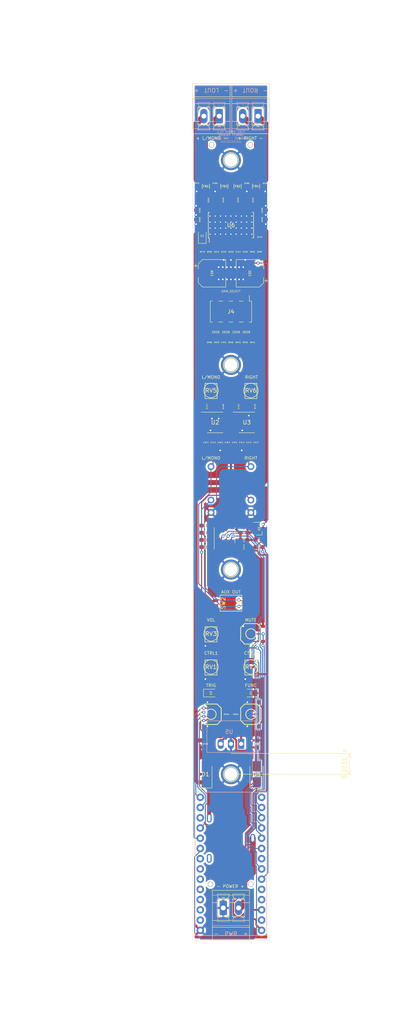
<source format=kicad_pcb>
(kicad_pcb (version 20171130) (host pcbnew "(5.1.2-1)-1")
  (layers (0 F.Cu signal) (31 B.Cu signal) (34 B.Paste user) (35 F.Paste user) (36 B.SilkS user) (37 F.SilkS user) (38 B.Mask user) (39 F.Mask user) (44 Edge.Cuts user))
  (net 0 "")
  (net 1 "Net-(C1-Pad1)")
  (net 2 RIN)
  (net 3 LIN)
  (net 4 "Net-(C2-Pad1)")
  (net 5 GND)
  (net 6 "Net-(C3-Pad1)")
  (net 7 "Net-(C4-Pad1)")
  (net 8 "Net-(C5-Pad1)")
  (net 9 "Net-(C6-Pad2)")
  (net 10 AR)
  (net 11 AL)
  (net 12 "Net-(C7-Pad2)")
  (net 13 "Net-(C9-Pad2)")
  (net 14 LIN+)
  (net 15 LIN-)
  (net 16 RIN+)
  (net 17 "Net-(C11-Pad2)")
  (net 18 RIN-)
  (net 19 VCC)
  (net 20 "Net-(C14-Pad1)")
  (net 21 GVDD)
  (net 22 +5V)
  (net 23 "Net-(C21-Pad1)")
  (net 24 "Net-(C21-Pad2)")
  (net 25 "Net-(C22-Pad2)")
  (net 26 "Net-(C22-Pad1)")
  (net 27 "Net-(C23-Pad1)")
  (net 28 "Net-(C23-Pad2)")
  (net 29 "Net-(C24-Pad1)")
  (net 30 "Net-(C24-Pad2)")
  (net 31 R+)
  (net 32 L+)
  (net 33 R-)
  (net 34 L-)
  (net 35 "Net-(D2-Pad1)")
  (net 36 "Net-(J1-Pad2)")
  (net 37 "Net-(Q5-Pad3)")
  (net 38 "Net-(Q5-Pad1)")
  (net 39 +3V3)
  (net 40 UNMUTE)
  (net 41 "Net-(R25-Pad2)")
  (net 42 CTRL1)
  (net 43 CTRL2)
  (net 44 VOL)
  (net 45 "Net-(RV5-Pad3)")
  (net 46 "Net-(RV5-Pad2)")
  (net 47 "Net-(RV6-Pad2)")
  (net 48 "Net-(RV6-Pad3)")
  (net 49 MUTE_IN)
  (net 50 BT1)
  (net 51 BT2)
  (net 52 BCK)
  (net 53 WS)
  (net 54 DIN)
  (net 55 "Net-(U1-Pad7)")
  (net 56 "Net-(U4-Pad47)")
  (net 57 "Net-(U4-Pad45)")
  (net 58 "Net-(U4-Pad44)")
  (net 59 "Net-(U4-Pad41)")
  (net 60 "Net-(U4-Pad35)")
  (net 61 "Net-(U4-Pad12)")
  (net 62 "Net-(J4-Pad1)")
  (net 63 "Net-(J4-Pad2)")
  (net 64 "Net-(J4-Pad4)")
  (net 65 "Net-(J4-Pad6)")
  (net 66 "Net-(J4-Pad8)")
  (net 67 "Net-(R17-Pad2)")
  (net 68 "Net-(D3-Pad2)")
  (net 69 "Net-(D4-Pad2)")
  (net 70 "Net-(R16-Pad1)")
  (net 71 "Net-(R20-Pad2)")
  (net 72 "Net-(SW1-Pad3)")
  (net 73 "Net-(U4-Pad2)")
  (net 74 "Net-(U4-Pad3)")
  (net 75 "Net-(U4-Pad4)")
  (net 76 "Net-(U4-Pad7)")
  (net 77 "Net-(U4-Pad8)")
  (net 78 "Net-(U4-Pad5)")
  (net 79 "Net-(U4-Pad6)")
  (net 80 "Net-(C16-Pad1)")
  (module MeowWolf_Templates:TEENSY_4.1_MINIMAL_DROP_IN (layer B.Cu) (at 53.975 146.05 180)
    (fp_text reference U4 hide)
    (fp_text value TEENSY_4.1_MINIMAL hide)
    (pad 2 thru_hole circle (at 7.62 -13.97 180) (size 1.8796 1.8796) (drill 1.016) (layers *.Cu *.Mask) (net 73 "Net-(U4-Pad2)"))
    (pad 3 thru_hole circle (at 7.62 -11.43 180) (size 1.8796 1.8796) (drill 1.016) (layers *.Cu *.Mask) (net 74 "Net-(U4-Pad3)"))
    (pad 4 thru_hole circle (at 7.62 -8.89 180) (size 1.8796 1.8796) (drill 1.016) (layers *.Cu *.Mask) (net 75 "Net-(U4-Pad4)"))
    (pad 5 thru_hole circle (at 7.62 -6.35 180) (size 1.8796 1.8796) (drill 1.016) (layers *.Cu *.Mask) (net 78 "Net-(U4-Pad5)"))
    (pad 46 thru_hole circle (at -7.62 -11.43 180) (size 1.8796 1.8796) (drill 1.016) (layers *.Cu *.Mask) (net 39 +3V3))
    (pad 6 thru_hole circle (at 7.62 -3.81 180) (size 1.8796 1.8796) (drill 1.016) (layers *.Cu *.Mask) (net 79 "Net-(U4-Pad6)"))
    (pad 7 thru_hole circle (at 7.62 -1.27 180) (size 1.8796 1.8796) (drill 1.016) (layers *.Cu *.Mask) (net 76 "Net-(U4-Pad7)"))
    (pad 8 thru_hole circle (at 7.62 1.27 180) (size 1.8796 1.8796) (drill 1.016) (layers *.Cu *.Mask) (net 77 "Net-(U4-Pad8)"))
    (pad 9 thru_hole circle (at 7.62 3.81 180) (size 1.8796 1.8796) (drill 1.016) (layers *.Cu *.Mask) (net 54 DIN))
    (pad 10 thru_hole circle (at 7.62 6.35 180) (size 1.8796 1.8796) (drill 1.016) (layers *.Cu *.Mask) (net 71 "Net-(R20-Pad2)"))
    (pad 11 thru_hole circle (at 7.62 8.89 180) (size 1.8796 1.8796) (drill 1.016) (layers *.Cu *.Mask) (net 70 "Net-(R16-Pad1)"))
    (pad 12 thru_hole circle (at 7.62 11.43 180) (size 1.8796 1.8796) (drill 1.016) (layers *.Cu *.Mask) (net 61 "Net-(U4-Pad12)"))
    (pad 13 thru_hole circle (at 7.62 13.97 180) (size 1.8796 1.8796) (drill 1.016) (layers *.Cu *.Mask) (net 51 BT2))
    (pad 14 thru_hole circle (at 7.62 16.51 180) (size 1.8796 1.8796) (drill 1.016) (layers *.Cu *.Mask) (net 50 BT1))
    (pad 35 thru_hole circle (at -7.62 16.51 180) (size 1.8796 1.8796) (drill 1.016) (layers *.Cu *.Mask) (net 60 "Net-(U4-Pad35)"))
    (pad 36 thru_hole circle (at -7.62 13.97 180) (size 1.8796 1.8796) (drill 1.016) (layers *.Cu *.Mask) (net 40 UNMUTE))
    (pad 37 thru_hole circle (at -7.62 11.43 180) (size 1.8796 1.8796) (drill 1.016) (layers *.Cu *.Mask) (net 49 MUTE_IN))
    (pad 38 thru_hole circle (at -7.62 8.89 180) (size 1.8796 1.8796) (drill 1.016) (layers *.Cu *.Mask) (net 44 VOL))
    (pad 39 thru_hole circle (at -7.62 6.35 180) (size 1.8796 1.8796) (drill 1.016) (layers *.Cu *.Mask) (net 42 CTRL1))
    (pad 40 thru_hole circle (at -7.62 3.81 180) (size 1.8796 1.8796) (drill 1.016) (layers *.Cu *.Mask) (net 43 CTRL2))
    (pad 41 thru_hole circle (at -7.62 1.27 180) (size 1.8796 1.8796) (drill 1.016) (layers *.Cu *.Mask) (net 59 "Net-(U4-Pad41)"))
    (pad 42 thru_hole circle (at -7.62 -1.27 180) (size 1.8796 1.8796) (drill 1.016) (layers *.Cu *.Mask) (net 53 WS))
    (pad 43 thru_hole circle (at -7.62 -3.81 180) (size 1.8796 1.8796) (drill 1.016) (layers *.Cu *.Mask) (net 52 BCK))
    (pad 44 thru_hole circle (at -7.62 -6.35 180) (size 1.8796 1.8796) (drill 1.016) (layers *.Cu *.Mask) (net 58 "Net-(U4-Pad44)"))
    (pad 45 thru_hole circle (at -7.62 -8.89 180) (size 1.8796 1.8796) (drill 1.016) (layers *.Cu *.Mask) (net 57 "Net-(U4-Pad45)"))
    (pad 47 thru_hole circle (at -7.62 -13.97 180) (size 1.8796 1.8796) (drill 1.016) (layers *.Cu *.Mask) (net 56 "Net-(U4-Pad47)"))
    (pad 1 thru_hole circle (at 7.62 -16.51 180) (size 1.8796 1.8796) (drill 1.016) (layers *.Cu *.Mask) (net 5 GND))
    (pad 48 thru_hole circle (at -7.62 -16.51 180) (size 1.8796 1.8796) (drill 1.016) (layers *.Cu *.Mask) (net 22 +5V))
  )
  (module HammerheadAudio:Phoenix_Stacked_BackSilk_Centered_BoardEdge (layer F.Cu) (at 53.975 165.1)
    (fp_text reference J1 hide)
    (fp_text value PWR (at 0 -1.66 unlocked) (layer B.SilkS))
    (fp_text user + (at 3.667 -1.71) (layer B.SilkS))
    (fp_text user - (at -3.667 -1.71) (layer B.SilkS))
    (pad 2 thru_hole oval (at 1.905 -8.11) (size 1.8 3.6) (drill 1.2) (layers *.Cu *.Mask) (net 36 "Net-(J1-Pad2)"))
    (pad 1 thru_hole roundrect (at -1.905 -8.11) (size 1.8 3.6) (drill 1.2) (layers *.Cu *.Mask) (roundrect_rratio 0.139) (net 5 GND))
    (pad 2 thru_hole oval (at 1.905 -8.11) (size 1.8 3.6) (drill 1.2) (layers *.Cu *.Mask) (net 36 "Net-(J1-Pad2)"))
    (pad 1 thru_hole roundrect (at -1.905 -8.11) (size 1.8 3.6) (drill 1.2) (layers *.Cu *.Mask) (roundrect_rratio 0.138889) (net 5 GND))
  )
  (module HammerheadAudio:Phoenix_Stacked_BackSilk_Centered_BoardEdge (layer F.Cu) (at 49.149 -47.625 180)
    (fp_text reference J2 hide)
    (fp_text value LOUT (at 0 -1.66 180 unlocked) (layer B.SilkS))
    (fp_text user + (at 3.667 -1.71) (layer B.SilkS))
    (fp_text user - (at -3.667 -1.71) (layer B.SilkS))
    (pad 2 thru_hole oval (at 1.905 -8.11 180) (size 1.8 3.6) (drill 1.2) (layers *.Cu *.Mask) (net 31 R+))
    (pad 1 thru_hole roundrect (at -1.905 -8.11 180) (size 1.8 3.6) (drill 1.2) (layers *.Cu *.Mask) (roundrect_rratio 0.139) (net 33 R-))
    (pad 2 thru_hole oval (at 1.905 -8.11 180) (size 1.8 3.6) (drill 1.2) (layers *.Cu *.Mask) (net 31 R+))
    (pad 1 thru_hole roundrect (at -1.905 -8.11 180) (size 1.8 3.6) (drill 1.2) (layers *.Cu *.Mask) (roundrect_rratio 0.138889) (net 33 R-))
  )
  (module HammerheadAudio:Phoenix_Stacked_BackSilk_Centered_BoardEdge (layer F.Cu) (at 58.801 -47.625 180)
    (fp_text reference J3 hide)
    (fp_text value ROUT (at 0 -1.66 180 unlocked) (layer B.SilkS))
    (fp_text user + (at 3.667 -1.71) (layer B.SilkS))
    (fp_text user - (at -3.667 -1.71) (layer B.SilkS))
    (pad 2 thru_hole oval (at 1.905 -8.11 180) (size 1.8 3.6) (drill 1.2) (layers *.Cu *.Mask) (net 32 L+))
    (pad 1 thru_hole roundrect (at -1.905 -8.11 180) (size 1.8 3.6) (drill 1.2) (layers *.Cu *.Mask) (roundrect_rratio 0.139) (net 34 L-))
    (pad 2 thru_hole oval (at 1.905 -8.11 180) (size 1.8 3.6) (drill 1.2) (layers *.Cu *.Mask) (net 32 L+))
    (pad 1 thru_hole roundrect (at -1.905 -8.11 180) (size 1.8 3.6) (drill 1.2) (layers *.Cu *.Mask) (roundrect_rratio 0.138889) (net 34 L-))
  )
  (module HammerheadAudio:JLC_ToolingHole (layer F.Cu) (at 58.801 -32.385)
    (fp_text reference REF** hide)
    (fp_text value JLC_ToolingHole)
    (pad "" np_thru_hole circle (at 0 0) (size 1.3 1.3) (drill 1.152) (layers *.Cu *.Mask) (clearance 0.25))
  )
  (module HammerheadAudio:JLC_ToolingHole (layer F.Cu) (at 49.149 -32.385)
    (fp_text reference REF** hide)
    (fp_text value JLC_ToolingHole)
    (pad "" np_thru_hole circle (at 0 0) (size 1.3 1.3) (drill 1.152) (layers *.Cu *.Mask) (clearance 0.25))
  )
  (module HammerheadAudio:JLC_ToolingHole (layer F.Cu) (at 48.895 151.13)
    (fp_text reference REF** hide)
    (fp_text value JLC_ToolingHole)
    (pad "" np_thru_hole circle (at 0 0) (size 1.3 1.3) (drill 1.152) (layers *.Cu *.Mask) (clearance 0.25))
  )
  (module HammerheadAudio:JLC_ToolingHole (layer F.Cu) (at 58.928 151.13)
    (fp_text reference REF** hide)
    (fp_text value JLC_ToolingHole)
    (pad "" np_thru_hole circle (at 0 0) (size 1.3 1.3) (drill 1.152) (layers *.Cu *.Mask) (clearance 0.25))
  )
  (module Capacitor_SMD:CP_Elec_6.3x7.7 (layer F.Cu) (at 49.276 -0.508)
    (fp_text reference C29 (at 0 0 270) (layer F.SilkS) (effects (font (size 0.5 0.5) (thickness 0.1))))
    (fp_text value 100uf)
    (pad 1 smd roundrect (at -2.7 0) (size 3.5 1.6) (layers F.Cu F.Paste F.Mask) (roundrect_rratio 0.15625) (net 19 VCC))
    (pad 2 smd roundrect (at 2.7 0) (size 3.5 1.6) (layers F.Cu F.Paste F.Mask) (roundrect_rratio 0.15625) (net 5 GND))
  )
  (module Capacitor_SMD:CP_Elec_6.3x7.7 (layer F.Cu) (at 58.674 -0.508 180)
    (fp_text reference C32 (at 0 0 270) (layer F.SilkS) (effects (font (size 0.5 0.5) (thickness 0.1))))
    (fp_text value 100uf)
    (pad 2 smd roundrect (at 2.7 0 180) (size 3.5 1.6) (layers F.Cu F.Paste F.Mask) (roundrect_rratio 0.15625) (net 5 GND))
    (pad 1 smd roundrect (at -2.7 0 180) (size 3.5 1.6) (layers F.Cu F.Paste F.Mask) (roundrect_rratio 0.15625) (net 19 VCC))
  )
  (module Diode_SMD:D_SMA (layer F.Cu) (at 47.625 123.825 90)
    (fp_text reference D1 (at 0 0) (layer F.SilkS))
    (fp_text value M7)
    (pad 1 smd rect (at -2 0 90) (size 2.5 1.8) (layers F.Cu F.Paste F.Mask) (net 19 VCC))
    (pad 2 smd rect (at 2 0 90) (size 2.5 1.8) (layers F.Cu F.Paste F.Mask) (net 5 GND))
  )
  (module LED_SMD:LED_0805_2012Metric_Pad1.15x1.40mm_HandSolder (layer F.Cu) (at 46.863 -9.788 90)
    (fp_text reference D2 (at 0 0) (layer F.SilkS) (effects (font (size 0.5 0.5) (thickness 0.075))))
    (fp_text value FAULT)
    (pad 1 smd roundrect (at -1.025 0 90) (size 1.15 1.4) (layers F.Cu F.Paste F.Mask) (roundrect_rratio 0.217391) (net 35 "Net-(D2-Pad1)"))
    (pad 2 smd roundrect (at 1.025 0 90) (size 1.15 1.4) (layers F.Cu F.Paste F.Mask) (roundrect_rratio 0.217391) (net 19 VCC))
  )
  (module Inductor_SMD:L_1206_3216Metric_Pad1.42x1.75mm_HandSolder (layer F.Cu) (at 47.752 -22.098 270)
    (fp_text reference FB1 (at 0 0 180) (layer F.SilkS) (effects (font (size 0.5 0.5) (thickness 0.1))))
    (fp_text value Filter)
    (pad 1 smd roundrect (at -1.4875 0 270) (size 1.425 1.75) (layers F.Cu F.Paste F.Mask) (roundrect_rratio 0.175439) (net 31 R+))
    (pad 2 smd roundrect (at 1.4875 0 270) (size 1.425 1.75) (layers F.Cu F.Paste F.Mask) (roundrect_rratio 0.175439) (net 23 "Net-(C21-Pad1)"))
  )
  (module Inductor_SMD:L_1206_3216Metric_Pad1.42x1.75mm_HandSolder (layer F.Cu) (at 55.626 -22.098 270)
    (fp_text reference FB2 (at 0 0 180) (layer F.SilkS) (effects (font (size 0.5 0.5) (thickness 0.1))))
    (fp_text value Filter)
    (pad 1 smd roundrect (at -1.4875 0 270) (size 1.425 1.75) (layers F.Cu F.Paste F.Mask) (roundrect_rratio 0.175439) (net 32 L+))
    (pad 2 smd roundrect (at 1.4875 0 270) (size 1.425 1.75) (layers F.Cu F.Paste F.Mask) (roundrect_rratio 0.175439) (net 26 "Net-(C22-Pad1)"))
  )
  (module Inductor_SMD:L_1206_3216Metric_Pad1.42x1.75mm_HandSolder (layer F.Cu) (at 52.324 -22.098 270)
    (fp_text reference FB3 (at 0 0 180) (layer F.SilkS) (effects (font (size 0.5 0.5) (thickness 0.1))))
    (fp_text value Filter)
    (pad 2 smd roundrect (at 1.4875 0 270) (size 1.425 1.75) (layers F.Cu F.Paste F.Mask) (roundrect_rratio 0.175439) (net 28 "Net-(C23-Pad2)"))
    (pad 1 smd roundrect (at -1.4875 0 270) (size 1.425 1.75) (layers F.Cu F.Paste F.Mask) (roundrect_rratio 0.175439) (net 33 R-))
  )
  (module Inductor_SMD:L_1206_3216Metric_Pad1.42x1.75mm_HandSolder (layer F.Cu) (at 60.198 -22.098 270)
    (fp_text reference FB4 (at 0 0 180) (layer F.SilkS) (effects (font (size 0.5 0.5) (thickness 0.1))))
    (fp_text value Filter)
    (pad 2 smd roundrect (at 1.4875 0 270) (size 1.425 1.75) (layers F.Cu F.Paste F.Mask) (roundrect_rratio 0.175439) (net 30 "Net-(C24-Pad2)"))
    (pad 1 smd roundrect (at -1.4875 0 270) (size 1.425 1.75) (layers F.Cu F.Paste F.Mask) (roundrect_rratio 0.175439) (net 34 L-))
  )
  (module Connector_PinHeader_2.54mm:PinHeader_2x04_P2.54mm_Vertical_SMD (layer F.Cu) (at 53.975 8.997 270)
    (fp_text reference J4 (at 0 0 180) (layer F.SilkS))
    (fp_text value GAIN_SEL)
    (pad 1 smd rect (at -2.525 -3.81 270) (size 3.15 1) (layers F.Cu F.Paste F.Mask) (net 62 "Net-(J4-Pad1)"))
    (pad 2 smd rect (at 2.525 -3.81 270) (size 3.15 1) (layers F.Cu F.Paste F.Mask) (net 63 "Net-(J4-Pad2)"))
    (pad 3 smd rect (at -2.525 -1.27 270) (size 3.15 1) (layers F.Cu F.Paste F.Mask) (net 62 "Net-(J4-Pad1)"))
    (pad 4 smd rect (at 2.525 -1.27 270) (size 3.15 1) (layers F.Cu F.Paste F.Mask) (net 64 "Net-(J4-Pad4)"))
    (pad 5 smd rect (at -2.525 1.27 270) (size 3.15 1) (layers F.Cu F.Paste F.Mask) (net 62 "Net-(J4-Pad1)"))
    (pad 6 smd rect (at 2.525 1.27 270) (size 3.15 1) (layers F.Cu F.Paste F.Mask) (net 65 "Net-(J4-Pad6)"))
    (pad 7 smd rect (at -2.525 3.81 270) (size 3.15 1) (layers F.Cu F.Paste F.Mask) (net 62 "Net-(J4-Pad1)"))
    (pad 8 smd rect (at 2.525 3.81 270) (size 3.15 1) (layers F.Cu F.Paste F.Mask) (net 66 "Net-(J4-Pad8)"))
  )
  (module Package_TO_SOT_SMD:SOT-23 (layer F.Cu) (at 60.96 62.865)
    (fp_text reference Q5 (at 0 0 90) (layer F.SilkS) (effects (font (size 0.5 0.5) (thickness 0.075))))
    (fp_text value MMBT3904)
    (pad 3 smd rect (at 1 0) (size 0.9 0.8) (layers F.Cu F.Paste F.Mask) (net 37 "Net-(Q5-Pad3)"))
    (pad 2 smd rect (at -1 0.95) (size 0.9 0.8) (layers F.Cu F.Paste F.Mask) (net 5 GND))
    (pad 1 smd rect (at -1 -0.95) (size 0.9 0.8) (layers F.Cu F.Paste F.Mask) (net 38 "Net-(Q5-Pad1)"))
  )
  (module HammerheadAudio:JLC_SPDT_SLIDE_3A_C2887258 (layer F.Cu) (at 53.975 139.7)
    (fp_text reference SW1 hide)
    (fp_text value PWR)
    (pad 2 thru_hole oval (at 5.4 0 90) (size 2.2 1.2) (drill oval 1.6 0.6) (layers *.Cu *.Mask) (net 36 "Net-(J1-Pad2)"))
    (pad 1 thru_hole oval (at -5.4 -5 90) (size 2.2 1.2) (drill oval 1.6 0.6) (layers *.Cu *.Mask) (net 19 VCC))
    (pad 3 thru_hole oval (at -5.4 5 90) (size 2.2 1.2) (drill oval 1.6 0.6) (layers *.Cu *.Mask) (net 72 "Net-(SW1-Pad3)"))
  )
  (module HammerheadAudio:JLC_TactileSw_C318884 (layer F.Cu) (at 58.928 108.94125 90)
    (fp_text reference SW4)
    (fp_text value SW_Push)
    (pad 1 smd rect (at -3 -1.875 90) (size 1 0.75) (layers F.Cu F.Paste F.Mask) (net 5 GND))
    (pad 2 smd rect (at 3 1.875 90) (size 1 0.75) (layers F.Cu F.Paste F.Mask) (net 50 BT1))
    (pad 2 smd rect (at -3 1.875 90) (size 1 0.75) (layers F.Cu F.Paste F.Mask) (net 50 BT1))
    (pad 1 smd rect (at 3 -1.875 90) (size 1 0.75) (layers F.Cu F.Paste F.Mask) (net 5 GND))
  )
  (module HammerheadAudio:JLC_TactileSw_C318884 (layer F.Cu) (at 49.022 108.94125 90)
    (fp_text reference SW5)
    (fp_text value SW_Push)
    (pad 1 smd rect (at 3 -1.875 90) (size 1 0.75) (layers F.Cu F.Paste F.Mask) (net 5 GND))
    (pad 2 smd rect (at -3 1.875 90) (size 1 0.75) (layers F.Cu F.Paste F.Mask) (net 51 BT2))
    (pad 2 smd rect (at 3 1.875 90) (size 1 0.75) (layers F.Cu F.Paste F.Mask) (net 51 BT2))
    (pad 1 smd rect (at -3 -1.875 90) (size 1 0.75) (layers F.Cu F.Paste F.Mask) (net 5 GND))
  )
  (module Package_SO:SOIC-8_3.9x4.9mm_P1.27mm (layer F.Cu) (at 52.3875 64.516 90)
    (fp_text reference U1 (at 0 0 90) (layer F.SilkS))
    (fp_text value PT8211)
    (pad 1 smd roundrect (at -2.475 -1.905 90) (size 1.95 0.6) (layers F.Cu F.Paste F.Mask) (net 52 BCK))
    (pad 2 smd roundrect (at -2.475 -0.635 90) (size 1.95 0.6) (layers F.Cu F.Paste F.Mask) (net 53 WS))
    (pad 3 smd roundrect (at -2.475 0.635 90) (size 1.95 0.6) (layers F.Cu F.Paste F.Mask) (net 54 DIN))
    (pad 4 smd roundrect (at -2.475 1.905 90) (size 1.95 0.6) (layers F.Cu F.Paste F.Mask) (net 5 GND))
    (pad 5 smd roundrect (at 2.475 1.905 90) (size 1.95 0.6) (layers F.Cu F.Paste F.Mask) (net 6 "Net-(C3-Pad1)"))
    (pad 6 smd roundrect (at 2.475 0.635 90) (size 1.95 0.6) (layers F.Cu F.Paste F.Mask) (net 12 "Net-(C7-Pad2)"))
    (pad 7 smd roundrect (at 2.475 -0.635 90) (size 1.95 0.6) (layers F.Cu F.Paste F.Mask) (net 55 "Net-(U1-Pad7)"))
    (pad 8 smd roundrect (at 2.475 -1.905 90) (size 1.95 0.6) (layers F.Cu F.Paste F.Mask) (net 9 "Net-(C6-Pad2)"))
  )
  (module Package_SO:SO-8_3.9x4.9mm_P1.27mm (layer F.Cu) (at 50.038 36.5125)
    (fp_text reference U2 (at 0 0) (layer F.SilkS))
    (fp_text value NE5532)
    (pad 8 smd roundrect (at 2.575 -1.905) (size 1.75 0.6) (layers F.Cu F.Paste F.Mask) (net 19 VCC))
    (pad 7 smd roundrect (at 2.575 -0.635) (size 1.75 0.6) (layers F.Cu F.Paste F.Mask) (net 17 "Net-(C11-Pad2)"))
    (pad 6 smd roundrect (at 2.575 0.635) (size 1.75 0.6) (layers F.Cu F.Paste F.Mask) (net 17 "Net-(C11-Pad2)"))
    (pad 5 smd roundrect (at 2.575 1.905) (size 1.75 0.6) (layers F.Cu F.Paste F.Mask) (net 46 "Net-(RV5-Pad2)"))
    (pad 4 smd roundrect (at -2.575 1.905) (size 1.75 0.6) (layers F.Cu F.Paste F.Mask) (net 5 GND))
    (pad 3 smd roundrect (at -2.575 0.635) (size 1.75 0.6) (layers F.Cu F.Paste F.Mask) (net 4 "Net-(C2-Pad1)"))
    (pad 2 smd roundrect (at -2.575 -0.635) (size 1.75 0.6) (layers F.Cu F.Paste F.Mask) (net 45 "Net-(RV5-Pad3)"))
    (pad 1 smd roundrect (at -2.575 -1.905) (size 1.75 0.6) (layers F.Cu F.Paste F.Mask) (net 45 "Net-(RV5-Pad3)"))
  )
  (module Package_SO:SO-8_3.9x4.9mm_P1.27mm (layer F.Cu) (at 57.912 36.5125)
    (fp_text reference U3 (at 0 0) (layer F.SilkS))
    (fp_text value NE5532)
    (pad 1 smd roundrect (at -2.575 -1.905) (size 1.75 0.6) (layers F.Cu F.Paste F.Mask) (net 48 "Net-(RV6-Pad3)"))
    (pad 2 smd roundrect (at -2.575 -0.635) (size 1.75 0.6) (layers F.Cu F.Paste F.Mask) (net 48 "Net-(RV6-Pad3)"))
    (pad 3 smd roundrect (at -2.575 0.635) (size 1.75 0.6) (layers F.Cu F.Paste F.Mask) (net 1 "Net-(C1-Pad1)"))
    (pad 4 smd roundrect (at -2.575 1.905) (size 1.75 0.6) (layers F.Cu F.Paste F.Mask) (net 5 GND))
    (pad 5 smd roundrect (at 2.575 1.905) (size 1.75 0.6) (layers F.Cu F.Paste F.Mask) (net 47 "Net-(RV6-Pad2)"))
    (pad 6 smd roundrect (at 2.575 0.635) (size 1.75 0.6) (layers F.Cu F.Paste F.Mask) (net 13 "Net-(C9-Pad2)"))
    (pad 7 smd roundrect (at 2.575 -0.635) (size 1.75 0.6) (layers F.Cu F.Paste F.Mask) (net 13 "Net-(C9-Pad2)"))
    (pad 8 smd roundrect (at 2.575 -1.905) (size 1.75 0.6) (layers F.Cu F.Paste F.Mask) (net 19 VCC))
  )
  (module Package_SO:HTSSOP-32-1EP_6.1x11mm_P0.65mm_EP5.2x11mm_Mask4.11x4.36mm_ThermalVias (layer F.Cu) (at 53.975 -12.466 90)
    (fp_text reference U6 (at 0 0 180) (layer F.SilkS))
    (fp_text value TPA3118D2)
    (pad 1 smd rect (at -3.65 -4.875 90) (size 1.2 0.4) (layers F.Cu F.Paste F.Mask) (net 5 GND))
    (pad 2 smd rect (at -3.65 -4.225 90) (size 1.2 0.4) (layers F.Cu F.Paste F.Mask) (net 67 "Net-(R17-Pad2)"))
    (pad 3 smd rect (at -3.65 -3.575 90) (size 1.2 0.4) (layers F.Cu F.Paste F.Mask) (net 67 "Net-(R17-Pad2)"))
    (pad 4 smd rect (at -3.65 -2.925 90) (size 1.2 0.4) (layers F.Cu F.Paste F.Mask) (net 14 LIN+))
    (pad 5 smd rect (at -3.65 -2.275 90) (size 1.2 0.4) (layers F.Cu F.Paste F.Mask) (net 15 LIN-))
    (pad 6 smd rect (at -3.65 -1.625 90) (size 1.2 0.4) (layers F.Cu F.Paste F.Mask) (net 21 GVDD))
    (pad 7 smd rect (at -3.65 -0.975 90) (size 1.2 0.4) (layers F.Cu F.Paste F.Mask) (net 21 GVDD))
    (pad 8 smd rect (at -3.65 -0.325 90) (size 1.2 0.4) (layers F.Cu F.Paste F.Mask) (net 62 "Net-(J4-Pad1)"))
    (pad 9 smd rect (at -3.65 0.325 90) (size 1.2 0.4) (layers F.Cu F.Paste F.Mask) (net 5 GND))
    (pad 10 smd rect (at -3.65 0.975 90) (size 1.2 0.4) (layers F.Cu F.Paste F.Mask) (net 16 RIN+))
    (pad 11 smd rect (at -3.65 1.625 90) (size 1.2 0.4) (layers F.Cu F.Paste F.Mask) (net 18 RIN-))
    (pad 12 smd rect (at -3.65 2.275 90) (size 1.2 0.4) (layers F.Cu F.Paste F.Mask) (net 37 "Net-(Q5-Pad3)"))
    (pad 13 smd rect (at -3.65 2.925 90) (size 1.2 0.4) (layers F.Cu F.Paste F.Mask) (net 5 GND))
    (pad 14 smd rect (at -3.65 3.575 90) (size 1.2 0.4) (layers F.Cu F.Paste F.Mask) (net 5 GND))
    (pad 15 smd rect (at -3.65 4.225 90) (size 1.2 0.4) (layers F.Cu F.Paste F.Mask) (net 5 GND))
    (pad 16 smd rect (at -3.65 4.875 90) (size 1.2 0.4) (layers F.Cu F.Paste F.Mask) (net 41 "Net-(R25-Pad2)"))
    (pad 17 smd rect (at 3.65 4.875 90) (size 1.2 0.4) (layers F.Cu F.Paste F.Mask) (net 19 VCC))
    (pad 18 smd rect (at 3.65 4.225 90) (size 1.2 0.4) (layers F.Cu F.Paste F.Mask) (net 19 VCC))
    (pad 19 smd rect (at 3.65 3.575 90) (size 1.2 0.4) (layers F.Cu F.Paste F.Mask) (net 19 VCC))
    (pad 20 smd rect (at 3.65 2.925 90) (size 1.2 0.4) (layers F.Cu F.Paste F.Mask) (net 29 "Net-(C24-Pad1)"))
    (pad 21 smd rect (at 3.65 2.275 90) (size 1.2 0.4) (layers F.Cu F.Paste F.Mask) (net 30 "Net-(C24-Pad2)"))
    (pad 22 smd rect (at 3.65 1.625 90) (size 1.2 0.4) (layers F.Cu F.Paste F.Mask) (net 5 GND))
    (pad 23 smd rect (at 3.65 0.975 90) (size 1.2 0.4) (layers F.Cu F.Paste F.Mask) (net 26 "Net-(C22-Pad1)"))
    (pad 24 smd rect (at 3.65 0.325 90) (size 1.2 0.4) (layers F.Cu F.Paste F.Mask) (net 25 "Net-(C22-Pad2)"))
    (pad 25 smd rect (at 3.65 -0.325 90) (size 1.2 0.4) (layers F.Cu F.Paste F.Mask) (net 5 GND))
    (pad 26 smd rect (at 3.65 -0.975 90) (size 1.2 0.4) (layers F.Cu F.Paste F.Mask) (net 27 "Net-(C23-Pad1)"))
    (pad 27 smd rect (at 3.65 -1.625 90) (size 1.2 0.4) (layers F.Cu F.Paste F.Mask) (net 28 "Net-(C23-Pad2)"))
    (pad 28 smd rect (at 3.65 -2.275 90) (size 1.2 0.4) (layers F.Cu F.Paste F.Mask) (net 5 GND))
    (pad 29 smd rect (at 3.65 -2.925 90) (size 1.2 0.4) (layers F.Cu F.Paste F.Mask) (net 23 "Net-(C21-Pad1)"))
    (pad 30 smd rect (at 3.65 -3.575 90) (size 1.2 0.4) (layers F.Cu F.Paste F.Mask) (net 24 "Net-(C21-Pad2)"))
    (pad 31 smd rect (at 3.65 -4.225 90) (size 1.2 0.4) (layers F.Cu F.Paste F.Mask) (net 19 VCC))
    (pad 32 smd rect (at 3.65 -4.875 90) (size 1.2 0.4) (layers F.Cu F.Paste F.Mask) (net 19 VCC))
    (pad 33 smd rect (at 0 0 90) (size 5.2 11) (layers F.Cu) (net 5 GND))
    (pad 33 thru_hole circle (at -2.25 -5.2 90) (size 0.6 0.6) (drill 0.3) (layers *.Cu) (net 5 GND))
    (pad 33 thru_hole circle (at -0.75 -5.2 90) (size 0.6 0.6) (drill 0.3) (layers *.Cu) (net 5 GND))
    (pad 33 thru_hole circle (at 0.75 -5.2 90) (size 0.6 0.6) (drill 0.3) (layers *.Cu) (net 5 GND))
    (pad 33 thru_hole circle (at 2.25 -5.2 90) (size 0.6 0.6) (drill 0.3) (layers *.Cu) (net 5 GND))
    (pad 33 thru_hole circle (at -2.25 -3.9 90) (size 0.6 0.6) (drill 0.3) (layers *.Cu) (net 5 GND))
    (pad 33 thru_hole circle (at -0.75 -3.9 90) (size 0.6 0.6) (drill 0.3) (layers *.Cu) (net 5 GND))
    (pad 33 thru_hole circle (at 0.75 -3.9 90) (size 0.6 0.6) (drill 0.3) (layers *.Cu) (net 5 GND))
    (pad 33 thru_hole circle (at 2.25 -3.9 90) (size 0.6 0.6) (drill 0.3) (layers *.Cu) (net 5 GND))
    (pad 33 thru_hole circle (at 2.25 -2.6 90) (size 0.6 0.6) (drill 0.3) (layers *.Cu) (net 5 GND))
    (pad 33 thru_hole circle (at -2.25 -1.3 90) (size 0.6 0.6) (drill 0.3) (layers *.Cu) (net 5 GND))
    (pad 33 thru_hole circle (at 2.25 -1.3 90) (size 0.6 0.6) (drill 0.3) (layers *.Cu) (net 5 GND))
    (pad 33 thru_hole circle (at -0.75 -1.3 90) (size 0.6 0.6) (drill 0.3) (layers *.Cu) (net 5 GND))
    (pad 33 thru_hole circle (at -2.25 -2.6 90) (size 0.6 0.6) (drill 0.3) (layers *.Cu) (net 5 GND))
    (pad 33 thru_hole circle (at -0.75 -2.6 90) (size 0.6 0.6) (drill 0.3) (layers *.Cu) (net 5 GND))
    (pad 33 thru_hole circle (at 0.75 -2.6 90) (size 0.6 0.6) (drill 0.3) (layers *.Cu) (net 5 GND))
    (pad 33 thru_hole circle (at 0.75 -1.3 90) (size 0.6 0.6) (drill 0.3) (layers *.Cu) (net 5 GND))
    (pad 33 thru_hole circle (at 2.25 0 90) (size 0.6 0.6) (drill 0.3) (layers *.Cu) (net 5 GND))
    (pad 33 thru_hole circle (at -2.25 1.3 90) (size 0.6 0.6) (drill 0.3) (layers *.Cu) (net 5 GND))
    (pad 33 thru_hole circle (at 2.25 1.3 90) (size 0.6 0.6) (drill 0.3) (layers *.Cu) (net 5 GND))
    (pad 33 thru_hole circle (at -0.75 1.3 90) (size 0.6 0.6) (drill 0.3) (layers *.Cu) (net 5 GND))
    (pad 33 thru_hole circle (at -2.25 0 90) (size 0.6 0.6) (drill 0.3) (layers *.Cu) (net 5 GND))
    (pad 33 thru_hole circle (at -0.75 0 90) (size 0.6 0.6) (drill 0.3) (layers *.Cu) (net 5 GND))
    (pad 33 thru_hole circle (at 0.75 0 90) (size 0.6 0.6) (drill 0.3) (layers *.Cu) (net 5 GND))
    (pad 33 thru_hole circle (at 0.75 1.3 90) (size 0.6 0.6) (drill 0.3) (layers *.Cu) (net 5 GND))
    (pad 33 thru_hole circle (at 2.25 2.6 90) (size 0.6 0.6) (drill 0.3) (layers *.Cu) (net 5 GND))
    (pad 33 thru_hole circle (at -2.25 3.9 90) (size 0.6 0.6) (drill 0.3) (layers *.Cu) (net 5 GND))
    (pad 33 thru_hole circle (at 2.25 3.9 90) (size 0.6 0.6) (drill 0.3) (layers *.Cu) (net 5 GND))
    (pad 33 thru_hole circle (at -0.75 3.9 90) (size 0.6 0.6) (drill 0.3) (layers *.Cu) (net 5 GND))
    (pad 33 thru_hole circle (at -2.25 2.6 90) (size 0.6 0.6) (drill 0.3) (layers *.Cu) (net 5 GND))
    (pad 33 thru_hole circle (at -0.75 2.6 90) (size 0.6 0.6) (drill 0.3) (layers *.Cu) (net 5 GND))
    (pad 33 thru_hole circle (at 0.75 2.6 90) (size 0.6 0.6) (drill 0.3) (layers *.Cu) (net 5 GND))
    (pad 33 thru_hole circle (at 0.75 3.9 90) (size 0.6 0.6) (drill 0.3) (layers *.Cu) (net 5 GND))
    (pad 33 thru_hole circle (at -0.75 5.2 90) (size 0.6 0.6) (drill 0.3) (layers *.Cu) (net 5 GND))
    (pad 33 thru_hole circle (at -2.25 5.2 90) (size 0.6 0.6) (drill 0.3) (layers *.Cu) (net 5 GND))
    (pad 33 thru_hole circle (at 2.25 5.2 90) (size 0.6 0.6) (drill 0.3) (layers *.Cu) (net 5 GND))
    (pad 33 thru_hole circle (at 0.75 5.2 90) (size 0.6 0.6) (drill 0.3) (layers *.Cu) (net 5 GND))
    (pad 33 smd rect (at 0 0 90) (size 5.2 11) (layers B.Cu) (net 5 GND))
  )
  (module Capacitor_SMD:C_0603_1608Metric_Pad1.05x0.95mm_HandSolder_HiddenRef (layer F.Cu) (at 58.42 41.4655 270)
    (fp_text reference C1 (at 0 0) (layer F.SilkS) (effects (font (size 0.25 0.25) (thickness 0.0625))))
    (fp_text value 10uf)
    (pad 2 smd roundrect (at 0.875 0 270) (size 1.05 0.95) (layers F.Cu F.Paste F.Mask) (net 2 RIN))
    (pad 1 smd roundrect (at -0.875 0 270) (size 1.05 0.95) (layers F.Cu F.Paste F.Mask) (net 1 "Net-(C1-Pad1)"))
  )
  (module Capacitor_SMD:C_0603_1608Metric_Pad1.05x0.95mm_HandSolder_HiddenRef (layer F.Cu) (at 49.53 41.4655 270)
    (fp_text reference C2 (at 0 0) (layer F.SilkS) (effects (font (size 0.25 0.25) (thickness 0.0625))))
    (fp_text value 10uf)
    (pad 2 smd roundrect (at 0.875 0 270) (size 1.05 0.95) (layers F.Cu F.Paste F.Mask) (net 3 LIN))
    (pad 1 smd roundrect (at -0.875 0 270) (size 1.05 0.95) (layers F.Cu F.Paste F.Mask) (net 4 "Net-(C2-Pad1)"))
  )
  (module Capacitor_SMD:C_0603_1608Metric_Pad1.05x0.95mm_HandSolder_HiddenRef (layer F.Cu) (at 57.2135 65.659)
    (fp_text reference C3 (at 0 0 90) (layer F.SilkS) (effects (font (size 0.25 0.25) (thickness 0.0625))))
    (fp_text value 0.1uf)
    (pad 2 smd roundrect (at 0.875 0) (size 1.05 0.95) (layers F.Cu F.Paste F.Mask) (net 5 GND))
    (pad 1 smd roundrect (at -0.875 0) (size 1.05 0.95) (layers F.Cu F.Paste F.Mask) (net 6 "Net-(C3-Pad1)"))
  )
  (module Capacitor_SMD:C_0603_1608Metric_Pad1.05x0.95mm_HandSolder_HiddenRef (layer F.Cu) (at 48.006 32.5755)
    (fp_text reference C4 (at 0 0 90) (layer F.SilkS) (effects (font (size 0.25 0.25) (thickness 0.0625))))
    (fp_text value 10uf)
    (pad 1 smd roundrect (at -0.875 0) (size 1.05 0.95) (layers F.Cu F.Paste F.Mask) (net 7 "Net-(C4-Pad1)"))
    (pad 2 smd roundrect (at 0.875 0) (size 1.05 0.95) (layers F.Cu F.Paste F.Mask) (net 5 GND))
  )
  (module Capacitor_SMD:C_0603_1608Metric_Pad1.05x0.95mm_HandSolder_HiddenRef (layer F.Cu) (at 55.88 32.5755)
    (fp_text reference C5 (at 0 0 90) (layer F.SilkS) (effects (font (size 0.25 0.25) (thickness 0.0625))))
    (fp_text value 10uf)
    (pad 2 smd roundrect (at 0.875 0) (size 1.05 0.95) (layers F.Cu F.Paste F.Mask) (net 5 GND))
    (pad 1 smd roundrect (at -0.875 0) (size 1.05 0.95) (layers F.Cu F.Paste F.Mask) (net 8 "Net-(C5-Pad1)"))
  )
  (module Capacitor_SMD:C_0603_1608Metric_Pad1.05x0.95mm_HandSolder_HiddenRef (layer F.Cu) (at 47.5615 63.881)
    (fp_text reference C6 (at 0 0 90) (layer F.SilkS) (effects (font (size 0.25 0.25) (thickness 0.0625))))
    (fp_text value 10uf)
    (pad 2 smd roundrect (at 0.875 0) (size 1.05 0.95) (layers F.Cu F.Paste F.Mask) (net 9 "Net-(C6-Pad2)"))
    (pad 1 smd roundrect (at -0.875 0) (size 1.05 0.95) (layers F.Cu F.Paste F.Mask) (net 10 AR))
  )
  (module Capacitor_SMD:C_0603_1608Metric_Pad1.05x0.95mm_HandSolder_HiddenRef (layer F.Cu) (at 47.5615 65.659)
    (fp_text reference C7 (at 0 0 90) (layer F.SilkS) (effects (font (size 0.25 0.25) (thickness 0.0625))))
    (fp_text value 10uf)
    (pad 1 smd roundrect (at -0.875 0) (size 1.05 0.95) (layers F.Cu F.Paste F.Mask) (net 11 AL))
    (pad 2 smd roundrect (at 0.875 0) (size 1.05 0.95) (layers F.Cu F.Paste F.Mask) (net 12 "Net-(C7-Pad2)"))
  )
  (module Capacitor_SMD:C_0603_1608Metric_Pad1.05x0.95mm_HandSolder_HiddenRef (layer F.Cu) (at 57.2135 63.881)
    (fp_text reference C8 (at 0 0 90) (layer F.SilkS) (effects (font (size 0.25 0.25) (thickness 0.0625))))
    (fp_text value 10uf)
    (pad 1 smd roundrect (at -0.875 0) (size 1.05 0.95) (layers F.Cu F.Paste F.Mask) (net 6 "Net-(C3-Pad1)"))
    (pad 2 smd roundrect (at 0.875 0) (size 1.05 0.95) (layers F.Cu F.Paste F.Mask) (net 5 GND))
  )
  (module Capacitor_SMD:C_0603_1608Metric_Pad1.05x0.95mm_HandSolder_HiddenRef (layer F.Cu) (at 55.753 -5.842 270)
    (fp_text reference C9 (at 0 0) (layer F.SilkS) (effects (font (size 0.25 0.25) (thickness 0.0625))))
    (fp_text value 10uf)
    (pad 1 smd roundrect (at -0.875 0 270) (size 1.05 0.95) (layers F.Cu F.Paste F.Mask) (net 16 RIN+))
    (pad 2 smd roundrect (at 0.875 0 270) (size 1.05 0.95) (layers F.Cu F.Paste F.Mask) (net 13 "Net-(C9-Pad2)"))
  )
  (module Capacitor_SMD:C_0603_1608Metric_Pad1.05x0.95mm_HandSolder_HiddenRef (layer F.Cu) (at 57.531 -5.842 270)
    (fp_text reference C10 (at 0 0) (layer F.SilkS) (effects (font (size 0.25 0.25) (thickness 0.0625))))
    (fp_text value 10uf)
    (pad 2 smd roundrect (at 0.875 0 270) (size 1.05 0.95) (layers F.Cu F.Paste F.Mask) (net 5 GND))
    (pad 1 smd roundrect (at -0.875 0 270) (size 1.05 0.95) (layers F.Cu F.Paste F.Mask) (net 18 RIN-))
  )
  (module Capacitor_SMD:C_0603_1608Metric_Pad1.05x0.95mm_HandSolder_HiddenRef (layer F.Cu) (at 50.419 -5.842 270)
    (fp_text reference C11 (at 0 0) (layer F.SilkS) (effects (font (size 0.25 0.25) (thickness 0.0625))))
    (fp_text value 10uf)
    (pad 1 smd roundrect (at -0.875 0 270) (size 1.05 0.95) (layers F.Cu F.Paste F.Mask) (net 14 LIN+))
    (pad 2 smd roundrect (at 0.875 0 270) (size 1.05 0.95) (layers F.Cu F.Paste F.Mask) (net 17 "Net-(C11-Pad2)"))
  )
  (module Capacitor_SMD:C_0603_1608Metric_Pad1.05x0.95mm_HandSolder_HiddenRef (layer F.Cu) (at 52.197 -5.842 270)
    (fp_text reference C12 (at 0 0) (layer F.SilkS) (effects (font (size 0.25 0.25) (thickness 0.0625))))
    (fp_text value 10uf)
    (pad 2 smd roundrect (at 0.875 0 270) (size 1.05 0.95) (layers F.Cu F.Paste F.Mask) (net 5 GND))
    (pad 1 smd roundrect (at -0.875 0 270) (size 1.05 0.95) (layers F.Cu F.Paste F.Mask) (net 15 LIN-))
  )
  (module Capacitor_SMD:C_0603_1608Metric_Pad1.05x0.95mm_HandSolder_HiddenRef (layer F.Cu) (at 47.625 116.284373 270)
    (fp_text reference C13 (at 0 0) (layer F.SilkS) (effects (font (size 0.25 0.25) (thickness 0.0625))))
    (fp_text value 10uf)
    (pad 1 smd roundrect (at -0.875 0 270) (size 1.05 0.95) (layers F.Cu F.Paste F.Mask) (net 19 VCC))
    (pad 2 smd roundrect (at 0.875 0 270) (size 1.05 0.95) (layers F.Cu F.Paste F.Mask) (net 5 GND))
  )
  (module Capacitor_SMD:C_0603_1608Metric_Pad1.05x0.95mm_HandSolder_HiddenRef (layer F.Cu) (at 61.087 -9.511 90)
    (fp_text reference C14 (at 0 0) (layer F.SilkS) (effects (font (size 0.25 0.25) (thickness 0.0625))))
    (fp_text value 47pf)
    (pad 2 smd roundrect (at 0.875 0 90) (size 1.05 0.95) (layers F.Cu F.Paste F.Mask) (net 5 GND))
    (pad 1 smd roundrect (at -0.875 0 90) (size 1.05 0.95) (layers F.Cu F.Paste F.Mask) (net 20 "Net-(C14-Pad1)"))
  )
  (module Capacitor_SMD:C_0603_1608Metric_Pad1.05x0.95mm_HandSolder_HiddenRef (layer F.Cu) (at 53.975 -5.842 270)
    (fp_text reference C15 (at 0 0) (layer F.SilkS) (effects (font (size 0.25 0.25) (thickness 0.0625))))
    (fp_text value 1uf)
    (pad 1 smd roundrect (at -0.875 0 270) (size 1.05 0.95) (layers F.Cu F.Paste F.Mask) (net 21 GVDD))
    (pad 2 smd roundrect (at 0.875 0 270) (size 1.05 0.95) (layers F.Cu F.Paste F.Mask) (net 5 GND))
  )
  (module Capacitor_SMD:C_0603_1608Metric_Pad1.05x0.95mm_HandSolder_HiddenRef (layer F.Cu) (at 60.325 116.284373 90)
    (fp_text reference C16 (at 0 0) (layer F.SilkS) (effects (font (size 0.25 0.25) (thickness 0.0625))))
    (fp_text value 10uf)
    (pad 2 smd roundrect (at 0.875 0 90) (size 1.05 0.95) (layers F.Cu F.Paste F.Mask) (net 5 GND))
    (pad 1 smd roundrect (at -0.875 0 90) (size 1.05 0.95) (layers F.Cu F.Paste F.Mask) (net 80 "Net-(C16-Pad1)"))
  )
  (module Capacitor_SMD:C_0603_1608Metric_Pad1.05x0.95mm_HandSolder_HiddenRef (layer F.Cu) (at 59.944 32.5755 180)
    (fp_text reference C17 (at 0 0 90) (layer F.SilkS) (effects (font (size 0.25 0.25) (thickness 0.0625))))
    (fp_text value 100nf)
    (pad 1 smd roundrect (at -0.875 0 180) (size 1.05 0.95) (layers F.Cu F.Paste F.Mask) (net 19 VCC))
    (pad 2 smd roundrect (at 0.875 0 180) (size 1.05 0.95) (layers F.Cu F.Paste F.Mask) (net 5 GND))
  )
  (module Capacitor_SMD:C_0603_1608Metric_Pad1.05x0.95mm_HandSolder_HiddenRef (layer F.Cu) (at 61.722 -13.843)
    (fp_text reference C18 (at 0 0 90) (layer F.SilkS) (effects (font (size 0.25 0.25) (thickness 0.0625))))
    (fp_text value 100nf)
    (pad 1 smd roundrect (at -0.875 0) (size 1.05 0.95) (layers F.Cu F.Paste F.Mask) (net 19 VCC))
    (pad 2 smd roundrect (at 0.875 0) (size 1.05 0.95) (layers F.Cu F.Paste F.Mask) (net 5 GND))
  )
  (module Capacitor_SMD:C_0603_1608Metric_Pad1.05x0.95mm_HandSolder_HiddenRef (layer F.Cu) (at 52.07 32.5755 180)
    (fp_text reference C19 (at 0 0 90) (layer F.SilkS) (effects (font (size 0.25 0.25) (thickness 0.0625))))
    (fp_text value 100nf)
    (pad 2 smd roundrect (at 0.875 0 180) (size 1.05 0.95) (layers F.Cu F.Paste F.Mask) (net 5 GND))
    (pad 1 smd roundrect (at -0.875 0 180) (size 1.05 0.95) (layers F.Cu F.Paste F.Mask) (net 19 VCC))
  )
  (module Capacitor_SMD:C_0603_1608Metric_Pad1.05x0.95mm_HandSolder_HiddenRef (layer F.Cu) (at 46.228 -16.149 180)
    (fp_text reference C20 (at 0 0 90) (layer F.SilkS) (effects (font (size 0.25 0.25) (thickness 0.0625))))
    (fp_text value 100nf)
    (pad 1 smd roundrect (at -0.875 0 180) (size 1.05 0.95) (layers F.Cu F.Paste F.Mask) (net 19 VCC))
    (pad 2 smd roundrect (at 0.875 0 180) (size 1.05 0.95) (layers F.Cu F.Paste F.Mask) (net 5 GND))
  )
  (module Capacitor_SMD:C_0603_1608Metric_Pad1.05x0.95mm_HandSolder_HiddenRef (layer F.Cu) (at 48.387 -18.669 180)
    (fp_text reference C21 (at 0 0 90) (layer F.SilkS) (effects (font (size 0.25 0.25) (thickness 0.0625))))
    (fp_text value 220nf)
    (pad 2 smd roundrect (at 0.875 0 180) (size 1.05 0.95) (layers F.Cu F.Paste F.Mask) (net 24 "Net-(C21-Pad2)"))
    (pad 1 smd roundrect (at -0.875 0 180) (size 1.05 0.95) (layers F.Cu F.Paste F.Mask) (net 23 "Net-(C21-Pad1)"))
  )
  (module Capacitor_SMD:C_0603_1608Metric_Pad1.05x0.95mm_HandSolder_HiddenRef (layer F.Cu) (at 55.753 -18.669 180)
    (fp_text reference C22 (at 0 0 90) (layer F.SilkS) (effects (font (size 0.25 0.25) (thickness 0.0625))))
    (fp_text value 220nf)
    (pad 2 smd roundrect (at 0.875 0 180) (size 1.05 0.95) (layers F.Cu F.Paste F.Mask) (net 25 "Net-(C22-Pad2)"))
    (pad 1 smd roundrect (at -0.875 0 180) (size 1.05 0.95) (layers F.Cu F.Paste F.Mask) (net 26 "Net-(C22-Pad1)"))
  )
  (module Capacitor_SMD:C_0603_1608Metric_Pad1.05x0.95mm_HandSolder_HiddenRef (layer F.Cu) (at 52.07 -18.669 180)
    (fp_text reference C23 (at 0 0 90) (layer F.SilkS) (effects (font (size 0.25 0.25) (thickness 0.0625))))
    (fp_text value 220nf)
    (pad 1 smd roundrect (at -0.875 0 180) (size 1.05 0.95) (layers F.Cu F.Paste F.Mask) (net 27 "Net-(C23-Pad1)"))
    (pad 2 smd roundrect (at 0.875 0 180) (size 1.05 0.95) (layers F.Cu F.Paste F.Mask) (net 28 "Net-(C23-Pad2)"))
  )
  (module Capacitor_SMD:C_0603_1608Metric_Pad1.05x0.95mm_HandSolder_HiddenRef (layer F.Cu) (at 59.436 -18.669 180)
    (fp_text reference C24 (at 0 0 90) (layer F.SilkS) (effects (font (size 0.25 0.25) (thickness 0.0625))))
    (fp_text value 220nf)
    (pad 1 smd roundrect (at -0.875 0 180) (size 1.05 0.95) (layers F.Cu F.Paste F.Mask) (net 29 "Net-(C24-Pad1)"))
    (pad 2 smd roundrect (at 0.875 0 180) (size 1.05 0.95) (layers F.Cu F.Paste F.Mask) (net 30 "Net-(C24-Pad2)"))
  )
  (module Capacitor_SMD:C_0603_1608Metric_Pad1.05x0.95mm_HandSolder_HiddenRef (layer F.Cu) (at 61.722 -16.149)
    (fp_text reference C25 (at 0 0 90) (layer F.SilkS) (effects (font (size 0.25 0.25) (thickness 0.0625))))
    (fp_text value 1nf)
    (pad 2 smd roundrect (at 0.875 0) (size 1.05 0.95) (layers F.Cu F.Paste F.Mask) (net 5 GND))
    (pad 1 smd roundrect (at -0.875 0) (size 1.05 0.95) (layers F.Cu F.Paste F.Mask) (net 19 VCC))
  )
  (module Capacitor_SMD:C_0603_1608Metric_Pad1.05x0.95mm_HandSolder_HiddenRef (layer F.Cu) (at 46.228 -13.843 180)
    (fp_text reference C26 (at 0 0 90) (layer F.SilkS) (effects (font (size 0.25 0.25) (thickness 0.0625))))
    (fp_text value 1nf)
    (pad 2 smd roundrect (at 0.875 0 180) (size 1.05 0.95) (layers F.Cu F.Paste F.Mask) (net 5 GND))
    (pad 1 smd roundrect (at -0.875 0 180) (size 1.05 0.95) (layers F.Cu F.Paste F.Mask) (net 19 VCC))
  )
  (module Capacitor_SMD:C_0603_1608Metric_Pad1.05x0.95mm_HandSolder_HiddenRef (layer F.Cu) (at 45.466 -22.86 270)
    (fp_text reference C27 (at 0 0) (layer F.SilkS) (effects (font (size 0.25 0.25) (thickness 0.0625))))
    (fp_text value 1nf)
    (pad 1 smd roundrect (at -0.875 0 270) (size 1.05 0.95) (layers F.Cu F.Paste F.Mask) (net 31 R+))
    (pad 2 smd roundrect (at 0.875 0 270) (size 1.05 0.95) (layers F.Cu F.Paste F.Mask) (net 5 GND))
  )
  (module Capacitor_SMD:C_0603_1608Metric_Pad1.05x0.95mm_HandSolder_HiddenRef (layer F.Cu) (at 57.912 -22.86 270)
    (fp_text reference C28 (at 0 0) (layer F.SilkS) (effects (font (size 0.25 0.25) (thickness 0.0625))))
    (fp_text value 1nf)
    (pad 1 smd roundrect (at -0.875 0 270) (size 1.05 0.95) (layers F.Cu F.Paste F.Mask) (net 32 L+))
    (pad 2 smd roundrect (at 0.875 0 270) (size 1.05 0.95) (layers F.Cu F.Paste F.Mask) (net 5 GND))
  )
  (module Capacitor_SMD:C_0603_1608Metric_Pad1.05x0.95mm_HandSolder_HiddenRef (layer F.Cu) (at 50.038 -22.874 270)
    (fp_text reference C30 (at 0 0) (layer F.SilkS) (effects (font (size 0.25 0.25) (thickness 0.0625))))
    (fp_text value 1nf)
    (pad 2 smd roundrect (at 0.875 0 270) (size 1.05 0.95) (layers F.Cu F.Paste F.Mask) (net 5 GND))
    (pad 1 smd roundrect (at -0.875 0 270) (size 1.05 0.95) (layers F.Cu F.Paste F.Mask) (net 33 R-))
  )
  (module Capacitor_SMD:C_0603_1608Metric_Pad1.05x0.95mm_HandSolder_HiddenRef (layer F.Cu) (at 62.484 -22.86 270)
    (fp_text reference C31 (at 0 0) (layer F.SilkS) (effects (font (size 0.25 0.25) (thickness 0.0625))))
    (fp_text value 1nf)
    (pad 1 smd roundrect (at -0.875 0 270) (size 1.05 0.95) (layers F.Cu F.Paste F.Mask) (net 34 L-))
    (pad 2 smd roundrect (at 0.875 0 270) (size 1.05 0.95) (layers F.Cu F.Paste F.Mask) (net 5 GND))
  )
  (module Resistor_SMD:R_0603_1608Metric_Pad1.05x0.95mm_HandSolder_HiddenRef (layer F.Cu) (at 60.198 41.4655 90)
    (fp_text reference R1 (at 0 0) (layer F.SilkS) (effects (font (size 0.25 0.25) (thickness 0.0625))))
    (fp_text value 1M)
    (pad 1 smd roundrect (at -0.875 0 90) (size 1.05 0.95) (layers F.Cu F.Paste F.Mask) (net 2 RIN))
    (pad 2 smd roundrect (at 0.875 0 90) (size 1.05 0.95) (layers F.Cu F.Paste F.Mask) (net 5 GND))
  )
  (module Resistor_SMD:R_0603_1608Metric_Pad1.05x0.95mm_HandSolder_HiddenRef (layer F.Cu) (at 47.752 41.4655 90)
    (fp_text reference R2 (at 0 0) (layer F.SilkS) (effects (font (size 0.25 0.25) (thickness 0.0625))))
    (fp_text value 1M)
    (pad 2 smd roundrect (at 0.875 0 90) (size 1.05 0.95) (layers F.Cu F.Paste F.Mask) (net 5 GND))
    (pad 1 smd roundrect (at -0.875 0 90) (size 1.05 0.95) (layers F.Cu F.Paste F.Mask) (net 3 LIN))
  )
  (module Resistor_SMD:R_0603_1608Metric_Pad1.05x0.95mm_HandSolder_HiddenRef (layer F.Cu) (at 54.864 41.4655 90)
    (fp_text reference R3 (at 0 0) (layer F.SilkS) (effects (font (size 0.25 0.25) (thickness 0.0625))))
    (fp_text value 1M)
    (pad 2 smd roundrect (at 0.875 0 90) (size 1.05 0.95) (layers F.Cu F.Paste F.Mask) (net 1 "Net-(C1-Pad1)"))
    (pad 1 smd roundrect (at -0.875 0 90) (size 1.05 0.95) (layers F.Cu F.Paste F.Mask) (net 19 VCC))
  )
  (module Resistor_SMD:R_0603_1608Metric_Pad1.05x0.95mm_HandSolder_HiddenRef (layer F.Cu) (at 56.642 41.4655 270)
    (fp_text reference R4 (at 0 0) (layer F.SilkS) (effects (font (size 0.25 0.25) (thickness 0.0625))))
    (fp_text value 1M)
    (pad 1 smd roundrect (at -0.875 0 270) (size 1.05 0.95) (layers F.Cu F.Paste F.Mask) (net 1 "Net-(C1-Pad1)"))
    (pad 2 smd roundrect (at 0.875 0 270) (size 1.05 0.95) (layers F.Cu F.Paste F.Mask) (net 5 GND))
  )
  (module Resistor_SMD:R_0603_1608Metric_Pad1.05x0.95mm_HandSolder_HiddenRef (layer F.Cu) (at 53.086 41.4655 90)
    (fp_text reference R5 (at 0 0) (layer F.SilkS) (effects (font (size 0.25 0.25) (thickness 0.0625))))
    (fp_text value 1M)
    (pad 1 smd roundrect (at -0.875 0 90) (size 1.05 0.95) (layers F.Cu F.Paste F.Mask) (net 19 VCC))
    (pad 2 smd roundrect (at 0.875 0 90) (size 1.05 0.95) (layers F.Cu F.Paste F.Mask) (net 4 "Net-(C2-Pad1)"))
  )
  (module Resistor_SMD:R_0603_1608Metric_Pad1.05x0.95mm_HandSolder_HiddenRef (layer F.Cu) (at 51.308 41.4655 270)
    (fp_text reference R6 (at 0 0) (layer F.SilkS) (effects (font (size 0.25 0.25) (thickness 0.0625))))
    (fp_text value 1M)
    (pad 1 smd roundrect (at -0.875 0 270) (size 1.05 0.95) (layers F.Cu F.Paste F.Mask) (net 4 "Net-(C2-Pad1)"))
    (pad 2 smd roundrect (at 0.875 0 270) (size 1.05 0.95) (layers F.Cu F.Paste F.Mask) (net 5 GND))
  )
  (module Resistor_SMD:R_0603_1608Metric_Pad1.05x0.95mm_HandSolder_HiddenRef (layer F.Cu) (at 57.2135 67.437)
    (fp_text reference R7 (at 0 0 90) (layer F.SilkS) (effects (font (size 0.25 0.25) (thickness 0.0625))))
    (fp_text value 10)
    (pad 1 smd roundrect (at -0.875 0) (size 1.05 0.95) (layers F.Cu F.Paste F.Mask) (net 6 "Net-(C3-Pad1)"))
    (pad 2 smd roundrect (at 0.875 0) (size 1.05 0.95) (layers F.Cu F.Paste F.Mask) (net 39 +3V3))
  )
  (module Resistor_SMD:R_0603_1608Metric_Pad1.05x0.95mm_HandSolder_HiddenRef (layer F.Cu) (at 47.5615 62.103 180)
    (fp_text reference R8 (at 0 0 90) (layer F.SilkS) (effects (font (size 0.25 0.25) (thickness 0.0625))))
    (fp_text value 1M)
    (pad 2 smd roundrect (at 0.875 0 180) (size 1.05 0.95) (layers F.Cu F.Paste F.Mask) (net 10 AR))
    (pad 1 smd roundrect (at -0.875 0 180) (size 1.05 0.95) (layers F.Cu F.Paste F.Mask) (net 5 GND))
  )
  (module Resistor_SMD:R_0603_1608Metric_Pad1.05x0.95mm_HandSolder_HiddenRef (layer F.Cu) (at 52.197 16.637 90)
    (fp_text reference R9 (at 0 0) (layer F.SilkS) (effects (font (size 0.25 0.25) (thickness 0.0625))))
    (fp_text value 20k)
    (pad 1 smd roundrect (at -0.875 0 90) (size 1.05 0.95) (layers F.Cu F.Paste F.Mask) (net 5 GND))
    (pad 2 smd roundrect (at 0.875 0 90) (size 1.05 0.95) (layers F.Cu F.Paste F.Mask) (net 65 "Net-(J4-Pad6)"))
  )
  (module Resistor_SMD:R_0603_1608Metric_Pad1.05x0.95mm_HandSolder_HiddenRef (layer F.Cu) (at 53.975 16.637 90)
    (fp_text reference R10 (at 0 0) (layer F.SilkS) (effects (font (size 0.25 0.25) (thickness 0.0625))))
    (fp_text value 39k)
    (pad 1 smd roundrect (at -0.875 0 90) (size 1.05 0.95) (layers F.Cu F.Paste F.Mask) (net 5 GND))
    (pad 2 smd roundrect (at 0.875 0 90) (size 1.05 0.95) (layers F.Cu F.Paste F.Mask) (net 64 "Net-(J4-Pad4)"))
  )
  (module Resistor_SMD:R_0603_1608Metric_Pad1.05x0.95mm_HandSolder_HiddenRef (layer F.Cu) (at 59.309 16.637 90)
    (fp_text reference R11 (at 0 0) (layer F.SilkS) (effects (font (size 0.25 0.25) (thickness 0.0625))))
    (fp_text value 47k)
    (pad 1 smd roundrect (at -0.875 0 90) (size 1.05 0.95) (layers F.Cu F.Paste F.Mask) (net 5 GND))
    (pad 2 smd roundrect (at 0.875 0 90) (size 1.05 0.95) (layers F.Cu F.Paste F.Mask) (net 63 "Net-(J4-Pad2)"))
  )
  (module Resistor_SMD:R_0603_1608Metric_Pad1.05x0.95mm_HandSolder_HiddenRef (layer F.Cu) (at 47.5615 67.437 180)
    (fp_text reference R12 (at 0 0 90) (layer F.SilkS) (effects (font (size 0.25 0.25) (thickness 0.0625))))
    (fp_text value 1M)
    (pad 2 smd roundrect (at 0.875 0 180) (size 1.05 0.95) (layers F.Cu F.Paste F.Mask) (net 11 AL))
    (pad 1 smd roundrect (at -0.875 0 180) (size 1.05 0.95) (layers F.Cu F.Paste F.Mask) (net 5 GND))
  )
  (module Resistor_SMD:R_0603_1608Metric_Pad1.05x0.95mm_HandSolder_HiddenRef (layer F.Cu) (at 50.419 16.637 270)
    (fp_text reference R13 (at 0 0) (layer F.SilkS) (effects (font (size 0.25 0.25) (thickness 0.0625))))
    (fp_text value 100k)
    (pad 2 smd roundrect (at 0.875 0 270) (size 1.05 0.95) (layers F.Cu F.Paste F.Mask) (net 21 GVDD))
    (pad 1 smd roundrect (at -0.875 0 270) (size 1.05 0.95) (layers F.Cu F.Paste F.Mask) (net 65 "Net-(J4-Pad6)"))
  )
  (module Resistor_SMD:R_0603_1608Metric_Pad1.05x0.95mm_HandSolder_HiddenRef (layer F.Cu) (at 55.753 16.637 270)
    (fp_text reference R14 (at 0 0) (layer F.SilkS) (effects (font (size 0.25 0.25) (thickness 0.0625))))
    (fp_text value 100k)
    (pad 2 smd roundrect (at 0.875 0 270) (size 1.05 0.95) (layers F.Cu F.Paste F.Mask) (net 21 GVDD))
    (pad 1 smd roundrect (at -0.875 0 270) (size 1.05 0.95) (layers F.Cu F.Paste F.Mask) (net 64 "Net-(J4-Pad4)"))
  )
  (module Resistor_SMD:R_0603_1608Metric_Pad1.05x0.95mm_HandSolder_HiddenRef (layer F.Cu) (at 57.531 16.637 270)
    (fp_text reference R15 (at 0 0) (layer F.SilkS) (effects (font (size 0.25 0.25) (thickness 0.0625))))
    (fp_text value 75k)
    (pad 2 smd roundrect (at 0.875 0 270) (size 1.05 0.95) (layers F.Cu F.Paste F.Mask) (net 21 GVDD))
    (pad 1 smd roundrect (at -0.875 0 270) (size 1.05 0.95) (layers F.Cu F.Paste F.Mask) (net 63 "Net-(J4-Pad2)"))
  )
  (module Resistor_SMD:R_0603_1608Metric_Pad1.05x0.95mm_HandSolder_HiddenRef (layer F.Cu) (at 46.863 -5.842 270)
    (fp_text reference R17 (at 0 0) (layer F.SilkS) (effects (font (size 0.25 0.25) (thickness 0.0625))))
    (fp_text value 2.2k)
    (pad 2 smd roundrect (at 0.875 0 270) (size 1.05 0.95) (layers F.Cu F.Paste F.Mask) (net 67 "Net-(R17-Pad2)"))
    (pad 1 smd roundrect (at -0.875 0 270) (size 1.05 0.95) (layers F.Cu F.Paste F.Mask) (net 35 "Net-(D2-Pad1)"))
  )
  (module Resistor_SMD:R_0603_1608Metric_Pad1.05x0.95mm_HandSolder_HiddenRef (layer F.Cu) (at 48.641 16.637 90)
    (fp_text reference R18 (at 0 0) (layer F.SilkS) (effects (font (size 0.25 0.25) (thickness 0.0625))))
    (fp_text value 5.6k)
    (pad 1 smd roundrect (at -0.875 0 90) (size 1.05 0.95) (layers F.Cu F.Paste F.Mask) (net 5 GND))
    (pad 2 smd roundrect (at 0.875 0 90) (size 1.05 0.95) (layers F.Cu F.Paste F.Mask) (net 66 "Net-(J4-Pad8)"))
  )
  (module Resistor_SMD:R_0603_1608Metric_Pad1.05x0.95mm_HandSolder_HiddenRef (layer F.Cu) (at 60.96 67.437)
    (fp_text reference R19 (at 0 0 90) (layer F.SilkS) (effects (font (size 0.25 0.25) (thickness 0.0625))))
    (fp_text value 1k)
    (pad 2 smd roundrect (at 0.875 0) (size 1.05 0.95) (layers F.Cu F.Paste F.Mask) (net 40 UNMUTE))
    (pad 1 smd roundrect (at -0.875 0) (size 1.05 0.95) (layers F.Cu F.Paste F.Mask) (net 38 "Net-(Q5-Pad1)"))
  )
  (module Resistor_SMD:R_0603_1608Metric_Pad1.05x0.95mm_HandSolder_HiddenRef (layer F.Cu) (at 60.96 65.659 180)
    (fp_text reference R21 (at 0 0 90) (layer F.SilkS) (effects (font (size 0.25 0.25) (thickness 0.0625))))
    (fp_text value 100k)
    (pad 1 smd roundrect (at -0.875 0 180) (size 1.05 0.95) (layers F.Cu F.Paste F.Mask) (net 38 "Net-(Q5-Pad1)"))
    (pad 2 smd roundrect (at 0.875 0 180) (size 1.05 0.95) (layers F.Cu F.Paste F.Mask) (net 5 GND))
  )
  (module Resistor_SMD:R_0603_1608Metric_Pad1.05x0.95mm_HandSolder_HiddenRef (layer F.Cu) (at 59.309 -5.842 90)
    (fp_text reference R22 (at 0 0) (layer F.SilkS) (effects (font (size 0.25 0.25) (thickness 0.0625))))
    (fp_text value 100k)
    (pad 2 smd roundrect (at 0.875 0 90) (size 1.05 0.95) (layers F.Cu F.Paste F.Mask) (net 37 "Net-(Q5-Pad3)"))
    (pad 1 smd roundrect (at -0.875 0 90) (size 1.05 0.95) (layers F.Cu F.Paste F.Mask) (net 19 VCC))
  )
  (module Resistor_SMD:R_0603_1608Metric_Pad1.05x0.95mm_HandSolder_HiddenRef (layer F.Cu) (at 61.087 -5.842 270)
    (fp_text reference R25 (at 0 0) (layer F.SilkS) (effects (font (size 0.25 0.25) (thickness 0.0625))))
    (fp_text value 4.7k)
    (pad 1 smd roundrect (at -0.875 0 270) (size 1.05 0.95) (layers F.Cu F.Paste F.Mask) (net 20 "Net-(C14-Pad1)"))
    (pad 2 smd roundrect (at 0.875 0 270) (size 1.05 0.95) (layers F.Cu F.Paste F.Mask) (net 41 "Net-(R25-Pad2)"))
  )
  (module Resistor_SMD:R_0603_1608Metric_Pad1.05x0.95mm_HandSolder_HiddenRef (layer F.Cu) (at 48.641 -5.842 90)
    (fp_text reference R26 (at 0 0) (layer F.SilkS) (effects (font (size 0.25 0.25) (thickness 0.0625))))
    (fp_text value 10k)
    (pad 1 smd roundrect (at -0.875 0 90) (size 1.05 0.95) (layers F.Cu F.Paste F.Mask) (net 19 VCC))
    (pad 2 smd roundrect (at 0.875 0 90) (size 1.05 0.95) (layers F.Cu F.Paste F.Mask) (net 67 "Net-(R17-Pad2)"))
  )
  (module LED_SMD:LED_0805_2012Metric_Pad1.15x1.40mm_HandSolder (layer F.Cu) (at 49.022 103.67075)
    (fp_text reference D3 (at 0 0 90) (layer F.SilkS) (effects (font (size 0.5 0.5) (thickness 0.075))))
    (fp_text value FAULT)
    (pad 1 smd roundrect (at -1.025 0) (size 1.15 1.4) (layers F.Cu F.Paste F.Mask) (roundrect_rratio 0.217391) (net 5 GND))
    (pad 2 smd roundrect (at 1.025 0) (size 1.15 1.4) (layers F.Cu F.Paste F.Mask) (roundrect_rratio 0.217391) (net 68 "Net-(D3-Pad2)"))
  )
  (module LED_SMD:LED_0805_2012Metric_Pad1.15x1.40mm_HandSolder (layer F.Cu) (at 58.928 103.67075 180)
    (fp_text reference D4 (at 0 0 90) (layer F.SilkS) (effects (font (size 0.5 0.5) (thickness 0.075))))
    (fp_text value IND)
    (pad 2 smd roundrect (at 1.025 0 180) (size 1.15 1.4) (layers F.Cu F.Paste F.Mask) (roundrect_rratio 0.217391) (net 69 "Net-(D4-Pad2)"))
    (pad 1 smd roundrect (at -1.025 0 180) (size 1.15 1.4) (layers F.Cu F.Paste F.Mask) (roundrect_rratio 0.217391) (net 5 GND))
  )
  (module Resistor_SMD:R_0603_1608Metric_Pad1.05x0.95mm_HandSolder_HiddenRef (layer F.Cu) (at 52.832 108.94125 90)
    (fp_text reference R16 (at 0 0) (layer F.SilkS) (effects (font (size 0.25 0.25) (thickness 0.0625))))
    (fp_text value 100)
    (pad 2 smd roundrect (at 0.875 0 90) (size 1.05 0.95) (layers F.Cu F.Paste F.Mask) (net 68 "Net-(D3-Pad2)"))
    (pad 1 smd roundrect (at -0.875 0 90) (size 1.05 0.95) (layers F.Cu F.Paste F.Mask) (net 70 "Net-(R16-Pad1)"))
  )
  (module Resistor_SMD:R_0603_1608Metric_Pad1.05x0.95mm_HandSolder_HiddenRef (layer F.Cu) (at 55.118 108.94125 270)
    (fp_text reference R20 (at 0 0) (layer F.SilkS) (effects (font (size 0.25 0.25) (thickness 0.0625))))
    (fp_text value 100)
    (pad 1 smd roundrect (at -0.875 0 270) (size 1.05 0.95) (layers F.Cu F.Paste F.Mask) (net 69 "Net-(D4-Pad2)"))
    (pad 2 smd roundrect (at 0.875 0 270) (size 1.05 0.95) (layers F.Cu F.Paste F.Mask) (net 71 "Net-(R20-Pad2)"))
  )
  (module Crossley_Footprints:SMD_TRIM_JLC (layer F.Cu) (at 49.022 97.19375)
    (fp_text reference RV1 (at 0 0) (layer F.SilkS))
    (fp_text value CTRL1)
    (pad 1 smd rect (at -1.4 1.8) (size 1.2 1.2) (layers F.Cu F.Paste F.Mask) (net 5 GND))
    (pad 3 smd rect (at 1.4 1.8) (size 1.2 1.2) (layers F.Cu F.Paste F.Mask) (net 39 +3V3))
    (pad 2 smd rect (at 0 -1.45) (size 1.6 1.5) (layers F.Cu F.Paste F.Mask) (net 42 CTRL1))
  )
  (module Crossley_Footprints:SMD_TRIM_JLC (layer F.Cu) (at 58.928 97.19375)
    (fp_text reference RV2 (at 0 0) (layer F.SilkS))
    (fp_text value CTRL2)
    (pad 2 smd rect (at 0 -1.45) (size 1.6 1.5) (layers F.Cu F.Paste F.Mask) (net 43 CTRL2))
    (pad 3 smd rect (at 1.4 1.8) (size 1.2 1.2) (layers F.Cu F.Paste F.Mask) (net 39 +3V3))
    (pad 1 smd rect (at -1.4 1.8) (size 1.2 1.2) (layers F.Cu F.Paste F.Mask) (net 5 GND))
  )
  (module Crossley_Footprints:SMD_TRIM_JLC (layer F.Cu) (at 49.022 88.9775)
    (fp_text reference RV3 (at 0 0) (layer F.SilkS))
    (fp_text value VOL)
    (pad 1 smd rect (at -1.4 1.8) (size 1.2 1.2) (layers F.Cu F.Paste F.Mask) (net 5 GND))
    (pad 3 smd rect (at 1.4 1.8) (size 1.2 1.2) (layers F.Cu F.Paste F.Mask) (net 39 +3V3))
    (pad 2 smd rect (at 0 -1.45) (size 1.6 1.5) (layers F.Cu F.Paste F.Mask) (net 44 VOL))
  )
  (module Crossley_Footprints:SMD_TRIM_JLC (layer F.Cu) (at 49.022 28.575)
    (fp_text reference RV5 (at 0 0) (layer F.SilkS))
    (fp_text value TRIM_R)
    (pad 1 smd rect (at -1.4 1.8) (size 1.2 1.2) (layers F.Cu F.Paste F.Mask) (net 7 "Net-(C4-Pad1)"))
    (pad 3 smd rect (at 1.4 1.8) (size 1.2 1.2) (layers F.Cu F.Paste F.Mask) (net 45 "Net-(RV5-Pad3)"))
    (pad 2 smd rect (at 0 -1.45) (size 1.6 1.5) (layers F.Cu F.Paste F.Mask) (net 46 "Net-(RV5-Pad2)"))
  )
  (module Crossley_Footprints:SMD_TRIM_JLC (layer F.Cu) (at 58.928 28.575)
    (fp_text reference RV6 (at 0 0) (layer F.SilkS))
    (fp_text value TRIM_L)
    (pad 2 smd rect (at 0 -1.45) (size 1.6 1.5) (layers F.Cu F.Paste F.Mask) (net 47 "Net-(RV6-Pad2)"))
    (pad 3 smd rect (at 1.4 1.8) (size 1.2 1.2) (layers F.Cu F.Paste F.Mask) (net 48 "Net-(RV6-Pad3)"))
    (pad 1 smd rect (at -1.4 1.8) (size 1.2 1.2) (layers F.Cu F.Paste F.Mask) (net 8 "Net-(C5-Pad1)"))
  )
  (module HammerheadAudio:M3_Plated (layer F.Cu) (at 53.975 123.825)
    (fp_text reference H1 hide)
    (fp_text value MountingHole hide)
    (pad 1 thru_hole circle (at 0 0) (size 5 5) (drill 3.3) (layers *.Cu *.Mask) (net 5 GND) (clearance 1.5))
  )
  (module HammerheadAudio:M3_Plated (layer F.Cu) (at 53.975 73.025)
    (fp_text reference H2 hide)
    (fp_text value MountingHole hide)
    (pad 1 thru_hole circle (at 0 0) (size 5 5) (drill 3.3) (layers *.Cu *.Mask) (net 5 GND) (clearance 1.5))
  )
  (module HammerheadAudio:M3_Plated (layer F.Cu) (at 53.975 22.225)
    (fp_text reference H3 hide)
    (fp_text value MountingHole hide)
    (pad 1 thru_hole circle (at 0 0) (size 5 5) (drill 3.3) (layers *.Cu *.Mask) (net 5 GND) (clearance 1.5))
  )
  (module HammerheadAudio:M3_Plated (layer F.Cu) (at 53.975 -28.575)
    (fp_text reference H4 hide)
    (fp_text value MountingHole hide)
    (pad 1 thru_hole circle (at 0 0) (size 5 5) (drill 3.3) (layers *.Cu *.Mask) (net 5 GND) (clearance 1.5))
  )
  (module HammerheadAudio:EuroJack_MonoSW_THT_NOREF_SmallHoles_NoSilk (layer F.Cu) (at 49.022 52.3875)
    (fp_text reference J5 hide)
    (fp_text value LEFT)
    (pad 1 thru_hole circle (at 0 -4.92) (size 1.7 1.7) (drill 1) (layers *.Cu *.Mask) (net 3 LIN))
    (pad 3 thru_hole circle (at 0 3.38) (size 1.7 1.7) (drill 1) (layers *.Cu *.Mask) (net 11 AL))
    (pad 2 thru_hole circle (at 0 6.48) (size 1.7 1.7) (drill 1) (layers *.Cu *.Mask) (net 5 GND))
  )
  (module HammerheadAudio:EuroJack_MonoSW_THT_NOREF_SmallHoles_NoSilk (layer F.Cu) (at 58.928 52.3875)
    (fp_text reference J6 hide)
    (fp_text value RIGHT)
    (pad 2 thru_hole circle (at 0 6.48) (size 1.7 1.7) (drill 1) (layers *.Cu *.Mask) (net 5 GND))
    (pad 3 thru_hole circle (at 0 3.38) (size 1.7 1.7) (drill 1) (layers *.Cu *.Mask) (net 10 AR))
    (pad 1 thru_hole circle (at 0 -4.92) (size 1.7 1.7) (drill 1) (layers *.Cu *.Mask) (net 2 RIN))
  )
  (module HammerheadAudio:JLC_TactileSw_C318884 (layer F.Cu) (at 58.928 88.9775)
    (fp_text reference SW3)
    (fp_text value SW_Push)
    (pad 1 smd rect (at -3 -1.875) (size 1 0.75) (layers F.Cu F.Paste F.Mask) (net 5 GND))
    (pad 2 smd rect (at 3 1.875) (size 1 0.75) (layers F.Cu F.Paste F.Mask) (net 49 MUTE_IN))
    (pad 2 smd rect (at -3 1.875) (size 1 0.75) (layers F.Cu F.Paste F.Mask) (net 49 MUTE_IN))
    (pad 1 smd rect (at 3 -1.875) (size 1 0.75) (layers F.Cu F.Paste F.Mask) (net 5 GND))
  )
  (module Diode_SMD:D_SMA (layer F.Cu) (at 60.325 123.825 90)
    (fp_text reference D5 (at 0 0) (layer F.SilkS))
    (fp_text value M7)
    (pad 1 smd rect (at -2 0 90) (size 2.5 1.8) (layers F.Cu F.Paste F.Mask) (net 22 +5V))
    (pad 2 smd rect (at 2 0 90) (size 2.5 1.8) (layers F.Cu F.Paste F.Mask) (net 80 "Net-(C16-Pad1)"))
  )
  (module HammerheadAudio:JLC_SMD_DIP_SPSTx2_C40735 (layer F.Cu) (at 53.975 81.359578 270)
    (fp_text reference SW2 (at 0 1.9 90) (layer F.SilkS))
    (fp_text value SW_DIP_x02)
    (fp_text user ON (at 0 -1.9 90) (layer F.SilkS))
    (pad 4 smd rect (at 0.635 3.81 270) (size 0.76 1.27) (layers F.Cu F.Paste F.Mask) (net 11 AL))
    (pad 3 smd rect (at -0.635 3.81 270) (size 0.76 1.27) (layers F.Cu F.Paste F.Mask) (net 10 AR))
    (pad 1 smd rect (at 0.635 -3.81 270) (size 0.76 1.27) (layers F.Cu F.Paste F.Mask) (net 3 LIN))
    (pad 2 smd rect (at -0.635 -3.81 270) (size 0.76 1.27) (layers F.Cu F.Paste F.Mask) (net 2 RIN))
  )
  (module HammerheadAudio:TRACO_DCDC (layer B.Cu) (at 53.975 116.284373 180)
    (fp_text reference U5 (at 0.46 3) (layer B.SilkS) (effects (justify mirror)))
    (fp_text value R-78E5.0-1.0)
    (pad 1 thru_hole rect (at -2.54 0 180) (size 1.5 2.5) (drill 1) (layers *.Cu *.Mask) (net 19 VCC))
    (pad 2 thru_hole oval (at 0 0 180) (size 1.5 2.5) (drill 1) (layers *.Cu *.Mask) (net 5 GND))
    (pad 3 thru_hole oval (at 2.54 0 180) (size 1.5 2.5) (drill 1) (layers *.Cu *.Mask) (net 80 "Net-(C16-Pad1)"))
    (pad 1 thru_hole rect (at -2.54 0 180) (size 1.5 2.5) (drill 1) (layers *.Cu *.Mask) (net 19 VCC))
    (pad 2 thru_hole oval (at 0 0 180) (size 1.5 2.5) (drill 1) (layers *.Cu *.Mask) (net 5 GND))
    (pad 3 thru_hole oval (at 2.54 0 180) (size 1.5 2.5) (drill 1) (layers *.Cu *.Mask) (net 80 "Net-(C16-Pad1)"))
  )
  (dimension 5.159076 (width 0.12) (layer F.SilkS) (gr_text "5.159 mm" (at 84.613867 121.246269 89.99848961) (layer F.SilkS) (effects (font (size 1 1) (thickness 0.15)))) (feature1 (pts (xy 53.975136 118.665924) (xy 83.930356 118.666714))) (feature2 (pts (xy 53.975 123.825) (xy 83.93022 123.82579))) (crossbar (pts (xy 83.343799 123.825774) (xy 83.343935 118.666698))) (arrow1a (pts (xy 83.343935 118.666698) (xy 83.930326 119.793217))) (arrow1b (pts (xy 83.343935 118.666698) (xy 82.757485 119.793186))) (arrow2a (pts (xy 83.343799 123.825774) (xy 83.930249 122.699286))) (arrow2b (pts (xy 83.343799 123.825774) (xy 82.757408 122.699255))))
  (gr_text "AUX OUT" (at 53.975136 78.581446) (layer F.SilkS) (effects (font (size 0.75 0.75) (thickness 0.1125))))
  (gr_text "FLAIL DRIVER V1.2\nEMMETT PALAIMA\nHHAUDIO - MAY 2024\nJLCJLCJLCJLC\n" (at 53.975 -34.417) (layer B.SilkS) (effects (font (size 0.5 0.5) (thickness 0.075)) (justify mirror)))
  (gr_text "- POWER +" (at 53.848 151.638) (layer F.SilkS) (effects (font (size 0.75 0.75) (thickness 0.1125))))
  (gr_text "+ RIGHT -" (at 58.801 -34.036) (layer F.SilkS) (effects (font (size 0.75 0.75) (thickness 0.1125))))
  (gr_text "+ L/MONO -" (at 49.149 -34.036) (layer F.SilkS) (effects (font (size 0.75 0.75) (thickness 0.1125))))
  (gr_text CTRL2 (at 58.928 93.76475) (layer F.SilkS) (effects (font (size 0.75 0.75) (thickness 0.1125))))
  (gr_text CTRL1 (at 49.022 93.76475) (layer F.SilkS) (effects (font (size 0.75 0.75) (thickness 0.1125))))
  (gr_text MUTE (at 58.928 85.5485) (layer F.SilkS) (effects (font (size 0.75 0.75) (thickness 0.1125))))
  (gr_text VOL (at 49.022 85.5485) (layer F.SilkS) (effects (font (size 0.75 0.75) (thickness 0.1125))))
  (gr_text FUNC (at 58.928 101.76575) (layer F.SilkS) (effects (font (size 0.75 0.75) (thickness 0.1125))))
  (gr_text TRIG (at 49.022 101.76575) (layer F.SilkS) (effects (font (size 0.75 0.75) (thickness 0.1125))))
  (gr_text RIGHT (at 58.928 45.339) (layer F.SilkS) (effects (font (size 0.75 0.75) (thickness 0.1125))))
  (gr_text L/MONO (at 49.022 25.273) (layer F.SilkS) (effects (font (size 0.75 0.75) (thickness 0.1125))))
  (gr_text RIGHT (at 59.055 25.273) (layer F.SilkS) (effects (font (size 0.75 0.75) (thickness 0.1125))))
  (gr_text L/MONO (at 49.022 45.339) (layer F.SilkS) (effects (font (size 0.75 0.75) (thickness 0.1125))))
  (gr_line (start 44.45 -47.625) (end 44.45 165.1) (layer Edge.Cuts) (width 0.05))
  (gr_line (start 63.5 -47.625) (end 44.45 -47.625) (layer Edge.Cuts) (width 0.05))
  (gr_line (start 63.5 165.1) (end 63.5 -47.625) (layer Edge.Cuts) (width 0.05))
  (gr_line (start 44.45 165.1) (end 63.5 165.1) (layer Edge.Cuts) (width 0.05))
  (gr_text GAIN_SELECT (at 53.975 3.937) (layer F.SilkS) (effects (font (size 0.5 0.5) (thickness 0.075))))
  (gr_text 36DB (at 57.785 14.097) (layer F.SilkS) (effects (font (size 0.5 0.5) (thickness 0.075))))
  (gr_text 32DB (at 55.245 14.097) (layer F.SilkS) (effects (font (size 0.5 0.5) (thickness 0.075))))
  (gr_text 26DB (at 52.705 14.097) (layer F.SilkS) (effects (font (size 0.5 0.5) (thickness 0.075))))
  (gr_text 20DB (at 50.165 14.097) (layer F.SilkS) (effects (font (size 0.5 0.5) (thickness 0.075))))
  (segment (start 58.42 40.5905) (end 54.864 40.5905) (width 0.25) (layer F.Cu) (net 1))
  (segment (start 56.312 37.1475) (end 55.337 37.1475) (width 0.25) (layer F.Cu) (net 1))
  (segment (start 58.42 39.058998) (end 56.508502 37.1475) (width 0.25) (layer F.Cu) (net 1))
  (segment (start 56.508502 37.1475) (end 56.312 37.1475) (width 0.25) (layer F.Cu) (net 1))
  (segment (start 58.42 40.5905) (end 58.42 39.058998) (width 0.25) (layer F.Cu) (net 1))
  (segment (start 58.42 46.9595) (end 58.928 47.4675) (width 0.25) (layer F.Cu) (net 2))
  (segment (start 58.42 42.3405) (end 58.42 46.9595) (width 0.25) (layer F.Cu) (net 2))
  (segment (start 58.42 42.3405) (end 60.198 42.3405) (width 0.25) (layer F.Cu) (net 2))
  (via (at 55.959516 80.565828) (size 0.8) (drill 0.4) (layers F.Cu B.Cu) (net 2))
  (segment (start 56.118266 80.724578) (end 55.959516 80.565828) (width 0.25) (layer F.Cu) (net 2))
  (segment (start 57.785 80.724578) (end 56.118266 80.724578) (width 0.25) (layer F.Cu) (net 2))
  (segment (start 55.959516 80.565828) (end 50.642786 80.565828) (width 0.25) (layer B.Cu) (net 2))
  (segment (start 47.411501 77.334543) (end 47.411501 58.014409) (width 0.25) (layer B.Cu) (net 2))
  (segment (start 50.642786 80.565828) (end 47.411501 77.334543) (width 0.25) (layer B.Cu) (net 2))
  (segment (start 49.586001 56.942501) (end 50.403252 56.12525) (width 0.25) (layer B.Cu) (net 2))
  (segment (start 48.483409 56.942501) (end 49.586001 56.942501) (width 0.25) (layer B.Cu) (net 2))
  (segment (start 47.411501 58.014409) (end 48.483409 56.942501) (width 0.25) (layer B.Cu) (net 2))
  (segment (start 50.403252 56.12525) (end 50.403252 48.61731) (width 0.25) (layer B.Cu) (net 2))
  (segment (start 51.553062 47.4675) (end 58.928 47.4675) (width 0.25) (layer B.Cu) (net 2))
  (segment (start 50.403252 48.61731) (end 51.553062 47.4675) (width 0.25) (layer B.Cu) (net 2))
  (segment (start 49.53 46.9595) (end 49.022 47.4675) (width 0.25) (layer F.Cu) (net 3))
  (segment (start 49.53 42.3405) (end 49.53 46.9595) (width 0.25) (layer F.Cu) (net 3))
  (segment (start 49.53 42.3405) (end 47.752 42.3405) (width 0.25) (layer F.Cu) (net 3))
  (via (at 55.959516 82.153332) (size 0.8) (drill 0.4) (layers F.Cu B.Cu) (net 3))
  (segment (start 56.11827 81.994578) (end 55.959516 82.153332) (width 0.25) (layer F.Cu) (net 3))
  (segment (start 57.785 81.994578) (end 56.11827 81.994578) (width 0.25) (layer F.Cu) (net 3))
  (segment (start 45.961499 56.829385) (end 49.022 53.768884) (width 0.25) (layer B.Cu) (net 3))
  (segment (start 45.961499 76.520951) (end 45.961499 56.829385) (width 0.25) (layer B.Cu) (net 3))
  (segment (start 49.022 53.768884) (end 49.022 47.4675) (width 0.25) (layer B.Cu) (net 3))
  (segment (start 51.59388 82.153332) (end 45.961499 76.520951) (width 0.25) (layer B.Cu) (net 3))
  (segment (start 55.959516 82.153332) (end 51.59388 82.153332) (width 0.25) (layer B.Cu) (net 3))
  (segment (start 49.53 40.5905) (end 53.086 40.5905) (width 0.25) (layer F.Cu) (net 4))
  (segment (start 48.634502 37.1475) (end 48.438 37.1475) (width 0.25) (layer F.Cu) (net 4))
  (segment (start 51.308 39.820998) (end 48.634502 37.1475) (width 0.25) (layer F.Cu) (net 4))
  (segment (start 48.438 37.1475) (end 47.463 37.1475) (width 0.25) (layer F.Cu) (net 4))
  (segment (start 51.308 40.5905) (end 51.308 39.820998) (width 0.25) (layer F.Cu) (net 4))
  (via (at 45.339 -17.272) (size 0.8) (drill 0.4) (layers F.Cu B.Cu) (net 5))
  (via (at 45.339 -12.7) (size 0.8) (drill 0.4) (layers F.Cu B.Cu) (net 5))
  (via (at 45.339 -14.986) (size 0.8) (drill 0.4) (layers F.Cu B.Cu) (net 5))
  (via (at 62.611 -14.986) (size 0.8) (drill 0.4) (layers F.Cu B.Cu) (net 5))
  (via (at 62.611 -17.272) (size 0.8) (drill 0.4) (layers F.Cu B.Cu) (net 5))
  (via (at 62.611 -12.7) (size 0.8) (drill 0.4) (layers F.Cu B.Cu) (net 5))
  (via (at 45.466 -20.828) (size 0.8) (drill 0.4) (layers F.Cu B.Cu) (net 5))
  (via (at 50.038 -20.828) (size 0.8) (drill 0.4) (layers F.Cu B.Cu) (net 5))
  (via (at 57.912 -20.828) (size 0.8) (drill 0.4) (layers F.Cu B.Cu) (net 5))
  (via (at 62.484 -20.828) (size 0.8) (drill 0.4) (layers F.Cu B.Cu) (net 5))
  (via (at 51.943 1.016) (size 0.8) (drill 0.4) (layers F.Cu B.Cu) (net 5))
  (via (at 56.007 1.016) (size 0.8) (drill 0.4) (layers F.Cu B.Cu) (net 5))
  (via (at 57.023 1.016) (size 0.8) (drill 0.4) (layers F.Cu B.Cu) (net 5))
  (via (at 50.927 1.016) (size 0.8) (drill 0.4) (layers F.Cu B.Cu) (net 5))
  (via (at 57.531 -3.81) (size 0.8) (drill 0.4) (layers F.Cu B.Cu) (net 5))
  (via (at 53.975 -3.81) (size 0.8) (drill 0.4) (layers F.Cu B.Cu) (net 5))
  (via (at 52.197 -3.81) (size 0.8) (drill 0.4) (layers F.Cu B.Cu) (net 5))
  (via (at 52.959 1.016) (size 0.8) (drill 0.4) (layers F.Cu B.Cu) (net 5))
  (via (at 53.975 1.016) (size 0.8) (drill 0.4) (layers F.Cu B.Cu) (net 5))
  (via (at 54.991 1.016) (size 0.8) (drill 0.4) (layers F.Cu B.Cu) (net 5))
  (via (at 53.975 -2.032) (size 0.8) (drill 0.4) (layers F.Cu B.Cu) (net 5))
  (via (at 52.959 -2.032) (size 0.8) (drill 0.4) (layers F.Cu B.Cu) (net 5))
  (via (at 56.007 -2.032) (size 0.8) (drill 0.4) (layers F.Cu B.Cu) (net 5))
  (via (at 51.943 -2.032) (size 0.8) (drill 0.4) (layers F.Cu B.Cu) (net 5))
  (via (at 54.991 -2.032) (size 0.8) (drill 0.4) (layers F.Cu B.Cu) (net 5))
  (via (at 50.927 -2.032) (size 0.8) (drill 0.4) (layers F.Cu B.Cu) (net 5))
  (via (at 57.023 -2.032) (size 0.8) (drill 0.4) (layers F.Cu B.Cu) (net 5))
  (segment (start 59.345 -10.386) (end 59.175 -10.216) (width 0.5) (layer F.Cu) (net 5))
  (segment (start 61.087 -10.386) (end 59.345 -10.386) (width 0.5) (layer F.Cu) (net 5))
  (segment (start 58.2 -8.816) (end 56.9 -8.816) (width 0.5) (layer F.Cu) (net 5))
  (segment (start 53.975 -12.466) (end 53.975 -14.716) (width 13) (layer B.Cu) (net 5))
  (segment (start 53.975 -12.466) (end 55.86 -12.466) (width 13) (layer B.Cu) (net 5))
  (segment (start 53.975 -12.466) (end 52.325 -12.466) (width 13) (layer B.Cu) (net 5))
  (segment (start 51.7 -14.741) (end 53.975 -12.466) (width 0.5) (layer F.Cu) (net 5))
  (segment (start 51.7 -16.116) (end 51.7 -14.741) (width 0.5) (layer F.Cu) (net 5))
  (segment (start 53.65 -12.791) (end 53.975 -12.466) (width 0.5) (layer F.Cu) (net 5))
  (segment (start 53.65 -16.116) (end 53.65 -12.791) (width 0.5) (layer F.Cu) (net 5))
  (segment (start 55.6 -14.091) (end 53.975 -12.466) (width 0.5) (layer F.Cu) (net 5))
  (segment (start 55.6 -16.116) (end 55.6 -14.091) (width 0.5) (layer F.Cu) (net 5))
  (segment (start 54.3 -12.141) (end 53.975 -12.466) (width 0.5) (layer F.Cu) (net 5))
  (segment (start 54.3 -8.816) (end 54.3 -12.141) (width 0.5) (layer F.Cu) (net 5))
  (segment (start 49.1 -12.891) (end 48.775 -13.216) (width 0.5) (layer F.Cu) (net 5))
  (segment (start 49.1 -8.816) (end 49.1 -12.891) (width 0.5) (layer F.Cu) (net 5))
  (segment (start 57.55 -11.391) (end 57.875 -11.716) (width 0.5) (layer F.Cu) (net 5))
  (segment (start 57.55 -8.816) (end 57.55 -11.391) (width 0.5) (layer F.Cu) (net 5))
  (segment (start 58.2 -11.391) (end 57.875 -11.716) (width 0.5) (layer F.Cu) (net 5))
  (segment (start 58.2 -8.816) (end 58.2 -11.391) (width 0.5) (layer F.Cu) (net 5))
  (segment (start 56.9 -11.391) (end 56.575 -11.716) (width 0.5) (layer F.Cu) (net 5))
  (segment (start 56.9 -8.816) (end 56.9 -11.391) (width 0.5) (layer F.Cu) (net 5))
  (via (at 56.769 38.481) (size 0.8) (drill 0.4) (layers F.Cu B.Cu) (net 5))
  (via (at 48.895 38.481) (size 0.8) (drill 0.4) (layers F.Cu B.Cu) (net 5))
  (via (at 56.642 43.434) (size 0.8) (drill 0.4) (layers F.Cu B.Cu) (net 5))
  (via (at 51.308 43.434) (size 0.8) (drill 0.4) (layers F.Cu B.Cu) (net 5))
  (via (at 50.927 35.56) (size 0.8) (drill 0.4) (layers F.Cu B.Cu) (net 5))
  (segment (start 50.695928 35.328928) (end 50.927 35.56) (width 0.25) (layer F.Cu) (net 5))
  (segment (start 50.695928 33.074572) (end 50.695928 35.328928) (width 0.25) (layer F.Cu) (net 5))
  (segment (start 51.195 32.5755) (end 50.695928 33.074572) (width 0.25) (layer F.Cu) (net 5))
  (segment (start 48.881 35.165) (end 49.276 35.56) (width 0.25) (layer F.Cu) (net 5))
  (via (at 49.276 35.56) (size 0.8) (drill 0.4) (layers F.Cu B.Cu) (net 5))
  (segment (start 48.881 32.5755) (end 48.881 35.165) (width 0.25) (layer F.Cu) (net 5))
  (segment (start 56.755 32.5755) (end 57.8485 32.5755) (width 0.25) (layer F.Cu) (net 5))
  (via (at 58.42 34.798) (size 0.8) (drill 0.4) (layers F.Cu B.Cu) (net 5))
  (segment (start 58.42 33.147) (end 58.42 34.798) (width 0.25) (layer F.Cu) (net 5))
  (segment (start 57.8485 32.5755) (end 58.42 33.147) (width 0.25) (layer F.Cu) (net 5))
  (segment (start 57.8485 34.2265) (end 58.42 34.798) (width 0.25) (layer F.Cu) (net 5))
  (segment (start 57.8485 32.5755) (end 57.8485 34.2265) (width 0.25) (layer F.Cu) (net 5))
  (via (at 48.133 111.91875) (size 0.8) (drill 0.4) (layers F.Cu B.Cu) (net 5))
  (via (at 48.133 105.94975) (size 0.8) (drill 0.4) (layers F.Cu B.Cu) (net 5))
  (via (at 58.039 105.94975) (size 0.8) (drill 0.4) (layers F.Cu B.Cu) (net 5))
  (via (at 58.039 111.91875) (size 0.8) (drill 0.4) (layers F.Cu B.Cu) (net 5))
  (via (at 47.625 91.97975) (size 0.8) (drill 0.4) (layers F.Cu B.Cu) (net 5))
  (via (at 57.531 100.203) (size 0.8) (drill 0.4) (layers F.Cu B.Cu) (net 5))
  (via (at 57.023 87.09025) (size 0.8) (drill 0.4) (layers F.Cu B.Cu) (net 5))
  (via (at 59.134524 115.490916) (size 0.8) (drill 0.4) (layers F.Cu B.Cu) (net 5))
  (via (at 47.625 100.21119) (size 0.8) (drill 0.4) (layers F.Cu B.Cu) (net 5))
  (segment (start 44.92501 31.27499) (end 44.92501 77.270404) (width 0.5) (layer B.Cu) (net 5))
  (segment (start 53.975 22.225) (end 44.92501 31.27499) (width 0.5) (layer B.Cu) (net 5))
  (segment (start 44.92501 77.270404) (end 44.92501 77.468842) (width 0.5) (layer B.Cu) (net 5))
  (segment (start 44.92501 77.468842) (end 45.839178 78.38301) (width 0.5) (layer B.Cu) (net 5))
  (segment (start 56.3385 67.437) (end 56.3385 63.881) (width 0.5) (layer F.Cu) (net 6))
  (segment (start 56.1325 63.881) (end 54.2925 62.041) (width 0.5) (layer F.Cu) (net 6))
  (segment (start 56.3385 63.881) (end 56.1325 63.881) (width 0.5) (layer F.Cu) (net 6))
  (segment (start 47.131 30.866) (end 47.622 30.375) (width 0.25) (layer F.Cu) (net 7))
  (segment (start 47.131 32.5755) (end 47.131 30.866) (width 0.25) (layer F.Cu) (net 7))
  (segment (start 56.678 30.375) (end 55.005 32.048) (width 0.25) (layer F.Cu) (net 8))
  (segment (start 55.005 32.048) (end 55.005 32.5755) (width 0.25) (layer F.Cu) (net 8))
  (segment (start 57.528 30.375) (end 56.678 30.375) (width 0.25) (layer F.Cu) (net 8))
  (segment (start 50.2765 62.041) (end 50.4825 62.041) (width 0.25) (layer F.Cu) (net 9))
  (segment (start 48.4365 63.881) (end 50.2765 62.041) (width 0.25) (layer F.Cu) (net 9))
  (segment (start 46.6865 62.103) (end 46.6865 63.881) (width 0.25) (layer F.Cu) (net 10))
  (segment (start 47.185572 64.380072) (end 46.6865 63.881) (width 0.25) (layer F.Cu) (net 10))
  (segment (start 47.58649 64.78099) (end 47.185572 64.380072) (width 0.25) (layer F.Cu) (net 10))
  (segment (start 47.58649 79.031068) (end 47.58649 78.024764) (width 0.25) (layer F.Cu) (net 10))
  (segment (start 49.28 80.724578) (end 47.58649 79.031068) (width 0.25) (layer F.Cu) (net 10))
  (segment (start 47.58649 78.024764) (end 47.58649 64.78099) (width 0.25) (layer F.Cu) (net 10))
  (segment (start 50.165 80.724578) (end 49.28 80.724578) (width 0.25) (layer F.Cu) (net 10))
  (segment (start 47.58649 78.237318) (end 47.58649 78.024764) (width 0.25) (layer F.Cu) (net 10))
  (segment (start 48.457999 54.592499) (end 57.752999 54.592499) (width 0.25) (layer F.Cu) (net 10))
  (segment (start 46.6865 56.363998) (end 48.457999 54.592499) (width 0.25) (layer F.Cu) (net 10))
  (segment (start 57.752999 54.592499) (end 58.928 55.7675) (width 0.25) (layer F.Cu) (net 10))
  (segment (start 46.6865 62.103) (end 46.6865 56.363998) (width 0.25) (layer F.Cu) (net 10))
  (segment (start 46.6865 65.659) (end 46.6865 67.437) (width 0.25) (layer F.Cu) (net 11))
  (via (at 46.6865 68.713118) (size 0.8) (drill 0.4) (layers F.Cu B.Cu) (net 11))
  (segment (start 46.6865 68.713118) (end 46.6865 79.031894) (width 0.25) (layer F.Cu) (net 11))
  (segment (start 46.6865 67.437) (end 46.6865 68.713118) (width 0.25) (layer F.Cu) (net 11))
  (segment (start 46.6865 58.103) (end 49.022 55.7675) (width 0.25) (layer B.Cu) (net 11))
  (segment (start 46.6865 68.713118) (end 46.6865 58.103) (width 0.25) (layer B.Cu) (net 11))
  (segment (start 50.165 81.994578) (end 48.656994 81.994578) (width 0.25) (layer F.Cu) (net 11))
  (segment (start 46.6865 80.024084) (end 46.6865 79.031894) (width 0.25) (layer F.Cu) (net 11))
  (segment (start 48.656994 81.994578) (end 46.6865 80.024084) (width 0.25) (layer F.Cu) (net 11))
  (segment (start 48.4365 65.659) (end 50.7225 63.373) (width 0.25) (layer F.Cu) (net 12))
  (segment (start 52.7655 63.373) (end 53.0225 63.116) (width 0.25) (layer F.Cu) (net 12))
  (segment (start 53.0225 63.116) (end 53.0225 62.041) (width 0.25) (layer F.Cu) (net 12))
  (segment (start 50.7225 63.373) (end 52.7655 63.373) (width 0.25) (layer F.Cu) (net 12))
  (segment (start 60.487 35.8775) (end 60.487 37.1475) (width 0.25) (layer F.Cu) (net 13))
  (segment (start 61.188001 31.300001) (end 61.253001 31.235001) (width 0.25) (layer F.Cu) (net 13))
  (segment (start 60.773989 31.300001) (end 61.188001 31.300001) (width 0.25) (layer F.Cu) (net 13))
  (segment (start 59.96199 32.112) (end 60.773989 31.300001) (width 0.25) (layer F.Cu) (net 13))
  (segment (start 59.96199 33.00302) (end 59.96199 32.112) (width 0.25) (layer F.Cu) (net 13))
  (segment (start 59.28699 34.954258) (end 59.28699 33.67802) (width 0.25) (layer F.Cu) (net 13))
  (segment (start 59.28699 33.67802) (end 59.96199 33.00302) (width 0.25) (layer F.Cu) (net 13))
  (segment (start 60.11629 35.50679) (end 59.839522 35.50679) (width 0.25) (layer F.Cu) (net 13))
  (segment (start 59.839522 35.50679) (end 59.28699 34.954258) (width 0.25) (layer F.Cu) (net 13))
  (segment (start 60.487 35.8775) (end 60.11629 35.50679) (width 0.25) (layer F.Cu) (net 13))
  (segment (start 55.753 -4.967) (end 55.753 -3.265001) (width 0.25) (layer F.Cu) (net 13))
  (segment (start 57.371001 -2.757001) (end 58.04901 -2.078992) (width 0.25) (layer F.Cu) (net 13))
  (segment (start 56.261 -2.757001) (end 57.371001 -2.757001) (width 0.25) (layer F.Cu) (net 13))
  (segment (start 55.753 -3.265001) (end 56.261 -2.757001) (width 0.25) (layer F.Cu) (net 13))
  (segment (start 58.04901 -2.078992) (end 58.04901 1.78801) (width 0.25) (layer F.Cu) (net 13))
  (segment (start 58.04901 1.78801) (end 60.198 3.937) (width 0.25) (layer F.Cu) (net 13))
  (segment (start 60.198 3.937) (end 60.579 4.318) (width 0.25) (layer F.Cu) (net 13))
  (segment (start 60.579 4.318) (end 60.579 6.223) (width 0.25) (layer F.Cu) (net 13))
  (segment (start 61.253001 26.678589) (end 61.253001 31.235001) (width 0.25) (layer F.Cu) (net 13))
  (segment (start 60.579 26.004588) (end 61.253001 26.678589) (width 0.25) (layer F.Cu) (net 13))
  (segment (start 60.579 6.223) (end 60.579 26.004588) (width 0.25) (layer F.Cu) (net 13))
  (segment (start 51.05 -7.348) (end 50.419 -6.717) (width 0.25) (layer F.Cu) (net 14))
  (segment (start 51.05 -8.816) (end 51.05 -7.348) (width 0.25) (layer F.Cu) (net 14))
  (segment (start 51.7 -7.214) (end 52.197 -6.717) (width 0.25) (layer F.Cu) (net 15))
  (segment (start 51.7 -8.816) (end 51.7 -7.214) (width 0.25) (layer F.Cu) (net 15))
  (segment (start 55.499 -7.62) (end 55.499 -6.971) (width 0.25) (layer F.Cu) (net 16))
  (segment (start 55.499 -6.971) (end 55.753 -6.717) (width 0.25) (layer F.Cu) (net 16))
  (segment (start 54.95 -8.169) (end 55.499 -7.62) (width 0.25) (layer F.Cu) (net 16))
  (segment (start 54.95 -8.816) (end 54.95 -8.169) (width 0.25) (layer F.Cu) (net 16))
  (segment (start 52.613 37.1475) (end 52.613 35.8775) (width 0.25) (layer F.Cu) (net 17))
  (segment (start 50.419 -3.869822) (end 50.419 -4.967) (width 0.25) (layer F.Cu) (net 17))
  (segment (start 49.000972 -2.451794) (end 50.419 -3.869822) (width 0.25) (layer F.Cu) (net 17))
  (segment (start 49.000971 0.783029) (end 49.000972 -2.451794) (width 0.25) (layer F.Cu) (net 17))
  (segment (start 48.274999 26.049999) (end 47.752 25.527) (width 0.25) (layer F.Cu) (net 17))
  (segment (start 47.752 2.032) (end 49.000971 0.783029) (width 0.25) (layer F.Cu) (net 17))
  (segment (start 50.194002 26.162) (end 50.147001 26.162) (width 0.25) (layer F.Cu) (net 17))
  (segment (start 50.147001 26.114999) (end 50.082001 26.049999) (width 0.25) (layer F.Cu) (net 17))
  (segment (start 50.147001 26.162) (end 50.147001 26.114999) (width 0.25) (layer F.Cu) (net 17))
  (segment (start 47.752 25.527) (end 47.752 2.032) (width 0.25) (layer F.Cu) (net 17))
  (segment (start 51.965522 35.50679) (end 51.41299 34.954258) (width 0.25) (layer F.Cu) (net 17))
  (segment (start 52.04501 28.013008) (end 50.194002 26.162) (width 0.25) (layer F.Cu) (net 17))
  (segment (start 52.04501 33.046) (end 52.04501 28.013008) (width 0.25) (layer F.Cu) (net 17))
  (segment (start 51.41299 33.67802) (end 52.04501 33.046) (width 0.25) (layer F.Cu) (net 17))
  (segment (start 52.613 35.8775) (end 52.24229 35.50679) (width 0.25) (layer F.Cu) (net 17))
  (segment (start 51.41299 34.954258) (end 51.41299 33.67802) (width 0.25) (layer F.Cu) (net 17))
  (segment (start 50.082001 26.049999) (end 48.274999 26.049999) (width 0.25) (layer F.Cu) (net 17))
  (segment (start 52.24229 35.50679) (end 51.965522 35.50679) (width 0.25) (layer F.Cu) (net 17))
  (segment (start 56.574438 -7.216072) (end 57.031928 -7.216072) (width 0.25) (layer F.Cu) (net 18))
  (segment (start 57.031928 -7.216072) (end 57.531 -6.717) (width 0.25) (layer F.Cu) (net 18))
  (segment (start 55.6 -8.19051) (end 56.574438 -7.216072) (width 0.25) (layer F.Cu) (net 18))
  (segment (start 55.6 -8.816) (end 55.6 -8.19051) (width 0.25) (layer F.Cu) (net 18))
  (segment (start 46.063 -10.813) (end 46.863 -10.813) (width 1.25) (layer F.Cu) (net 19))
  (segment (start 45.33799 -10.08799) (end 46.063 -10.813) (width 1.25) (layer F.Cu) (net 19))
  (segment (start 46.863 -13.496) (end 47.103 -13.736) (width 1.25) (layer F.Cu) (net 19))
  (segment (start 46.863 -10.813) (end 46.863 -13.496) (width 1.25) (layer F.Cu) (net 19))
  (segment (start 47.103 -13.736) (end 47.103 -16.149) (width 1.25) (layer F.Cu) (net 19))
  (segment (start 49.341999 -16.149) (end 49.374999 -16.116) (width 1.25) (layer F.Cu) (net 19))
  (segment (start 47.103 -16.149) (end 49.341999 -16.149) (width 1.25) (layer F.Cu) (net 19))
  (segment (start 60.847 -13.843) (end 60.847 -16.149) (width 1.25) (layer F.Cu) (net 19))
  (segment (start 57.958001 -16.149) (end 57.925001 -16.116) (width 1.25) (layer F.Cu) (net 19))
  (segment (start 60.847 -16.149) (end 57.958001 -16.149) (width 1.25) (layer F.Cu) (net 19))
  (segment (start 62.022999 -11.474999) (end 62.058001 -11.474999) (width 1.25) (layer F.Cu) (net 19))
  (segment (start 62.058001 -11.474999) (end 62.64999 -10.88301) (width 1.25) (layer F.Cu) (net 19))
  (segment (start 60.847 -12.650998) (end 62.022999 -11.474999) (width 1.25) (layer F.Cu) (net 19))
  (segment (start 60.847 -13.843) (end 60.847 -12.650998) (width 1.25) (layer F.Cu) (net 19))
  (segment (start 62.23397 -4.11699) (end 62.64999 -4.53301) (width 0.25) (layer F.Cu) (net 19))
  (segment (start 60.15901 -4.11699) (end 62.23397 -4.11699) (width 0.25) (layer F.Cu) (net 19))
  (segment (start 59.309 -4.967) (end 60.15901 -4.11699) (width 0.25) (layer F.Cu) (net 19))
  (segment (start 62.64999 -10.88301) (end 62.64999 -4.53301) (width 1.25) (layer F.Cu) (net 19))
  (segment (start 47.79099 -4.11699) (end 45.51899 -4.11699) (width 0.25) (layer F.Cu) (net 19))
  (segment (start 45.51899 -4.11699) (end 45.33799 -3.93599) (width 0.25) (layer F.Cu) (net 19))
  (segment (start 48.641 -4.967) (end 47.79099 -4.11699) (width 0.25) (layer F.Cu) (net 19))
  (segment (start 45.33799 -3.93599) (end 45.33799 -10.08799) (width 1.25) (layer F.Cu) (net 19))
  (segment (start 45.59098 -0.508) (end 46.576 -0.508) (width 1.25) (layer F.Cu) (net 19))
  (segment (start 45.33799 -0.76099) (end 45.59098 -0.508) (width 1.25) (layer F.Cu) (net 19))
  (segment (start 61.374 -0.508) (end 62.64999 -0.508) (width 1.25) (layer F.Cu) (net 19))
  (segment (start 62.64999 -0.508) (end 62.64999 -2.62801) (width 1.25) (layer F.Cu) (net 19))
  (segment (start 62.64999 -2.62801) (end 62.64999 -1.78399) (width 1.25) (layer F.Cu) (net 19))
  (segment (start 62.64999 -4.53301) (end 62.64999 -2.50101) (width 1.25) (layer F.Cu) (net 19))
  (segment (start 45.46398 -0.508) (end 45.33799 -0.63399) (width 1.25) (layer F.Cu) (net 19))
  (segment (start 46.576 -0.508) (end 45.46398 -0.508) (width 1.25) (layer F.Cu) (net 19))
  (segment (start 45.33799 -3.93599) (end 45.33799 -2.41199) (width 1.25) (layer F.Cu) (net 19))
  (segment (start 45.33799 -2.41199) (end 45.33799 -0.63399) (width 1.25) (layer F.Cu) (net 19))
  (segment (start 45.33799 -1.74601) (end 45.339 -1.745) (width 1.25) (layer F.Cu) (net 19))
  (segment (start 45.33799 -2.41199) (end 45.33799 -1.74601) (width 1.25) (layer F.Cu) (net 19))
  (segment (start 62.64999 0.76799) (end 62.64999 -0.508) (width 1.25) (layer F.Cu) (net 19))
  (segment (start 62.103 51.435) (end 62.64999 50.88801) (width 1.25) (layer F.Cu) (net 19))
  (segment (start 45.339 51.435) (end 53.975 51.435) (width 1.25) (layer F.Cu) (net 19))
  (segment (start 53.975 51.435) (end 62.103 51.435) (width 1.25) (layer F.Cu) (net 19))
  (segment (start 53.8975 42.3405) (end 53.086 42.3405) (width 0.5) (layer F.Cu) (net 19))
  (segment (start 53.975 42.418) (end 53.8975 42.3405) (width 0.5) (layer F.Cu) (net 19))
  (segment (start 54.0525 42.3405) (end 54.864 42.3405) (width 0.5) (layer F.Cu) (net 19))
  (segment (start 53.975 42.418) (end 54.0525 42.3405) (width 0.5) (layer F.Cu) (net 19))
  (segment (start 62.62548 32.5755) (end 60.819 32.5755) (width 0.4) (layer F.Cu) (net 19))
  (segment (start 62.64999 32.60001) (end 62.62548 32.5755) (width 0.4) (layer F.Cu) (net 19))
  (segment (start 62.64999 50.88801) (end 62.64999 32.60001) (width 1.25) (layer F.Cu) (net 19))
  (segment (start 62.64999 32.60001) (end 62.64999 0.76799) (width 1.25) (layer F.Cu) (net 19))
  (segment (start 53.975 51.435) (end 53.975 43.053) (width 0.5) (layer F.Cu) (net 19))
  (segment (start 53.975 43.053) (end 53.975 42.418) (width 0.5) (layer F.Cu) (net 19))
  (segment (start 53.629981 33.260481) (end 53.444072 33.074572) (width 0.4) (layer F.Cu) (net 19))
  (segment (start 53.444072 33.074572) (end 52.945 32.5755) (width 0.4) (layer F.Cu) (net 19))
  (segment (start 53.629981 33.263467) (end 53.629981 33.260481) (width 0.4) (layer F.Cu) (net 19))
  (segment (start 53.975 33.608486) (end 53.629981 33.263467) (width 0.4) (layer F.Cu) (net 19))
  (segment (start 53.975 43.053) (end 53.975 33.608486) (width 0.4) (layer F.Cu) (net 19))
  (segment (start 52.613 32.9075) (end 52.945 32.5755) (width 0.4) (layer F.Cu) (net 19))
  (segment (start 52.613 34.6075) (end 52.613 32.9075) (width 0.4) (layer F.Cu) (net 19))
  (segment (start 60.487 32.9075) (end 60.819 32.5755) (width 0.4) (layer F.Cu) (net 19))
  (segment (start 60.487 34.6075) (end 60.487 32.9075) (width 0.4) (layer F.Cu) (net 19))
  (segment (start 45.339 51.435) (end 45.339 51.689) (width 1) (layer F.Cu) (net 19))
  (segment (start 45.339 51.689) (end 45.212 51.816) (width 1) (layer F.Cu) (net 19))
  (segment (start 48.575 126.775) (end 47.625 125.825) (width 1) (layer F.Cu) (net 19))
  (segment (start 48.575 134.7) (end 48.575 126.775) (width 1) (layer F.Cu) (net 19))
  (segment (start 45.212 108.077) (end 45.212 109.22) (width 1) (layer F.Cu) (net 19))
  (segment (start 45.199999 125.299999) (end 45.725 125.825) (width 1) (layer F.Cu) (net 19))
  (segment (start 45.725 125.825) (end 47.625 125.825) (width 1) (layer F.Cu) (net 19))
  (segment (start 45.212 112.395) (end 45.199999 112.407001) (width 1) (layer F.Cu) (net 19))
  (segment (start 45.212 109.22) (end 45.212 112.395) (width 1) (layer F.Cu) (net 19))
  (segment (start 45.212 50.8) (end 45.339 50.673) (width 1) (layer F.Cu) (net 19))
  (segment (start 45.339 -1.745) (end 45.339 50.673) (width 1.25) (layer F.Cu) (net 19))
  (segment (start 45.212 53.848) (end 45.212 50.8) (width 1) (layer F.Cu) (net 19))
  (segment (start 45.339 50.673) (end 45.339 51.435) (width 1.25) (layer F.Cu) (net 19))
  (segment (start 45.212 51.816) (end 45.212 53.848) (width 1) (layer F.Cu) (net 19))
  (segment (start 45.212 53.848) (end 45.212 108.077) (width 1) (layer F.Cu) (net 19))
  (segment (start 45.199999 116.637499) (end 45.199999 125.299999) (width 1) (layer F.Cu) (net 19))
  (segment (start 45.199999 115.931251) (end 45.199999 116.637499) (width 1) (layer F.Cu) (net 19))
  (segment (start 45.273029 115.409373) (end 47.625 115.409373) (width 1) (layer F.Cu) (net 19))
  (segment (start 45.199999 112.407001) (end 45.199999 115.336343) (width 1) (layer F.Cu) (net 19))
  (segment (start 45.199999 115.336343) (end 45.273029 115.409373) (width 1) (layer F.Cu) (net 19))
  (segment (start 45.199999 115.336343) (end 45.199999 115.931251) (width 1) (layer F.Cu) (net 19))
  (segment (start 50.885765 114.584363) (end 50.911852 114.610451) (width 0.5) (layer F.Cu) (net 19))
  (segment (start 48.45001 114.584363) (end 50.885765 114.584363) (width 0.5) (layer F.Cu) (net 19))
  (segment (start 50.911852 114.610451) (end 50.93794 114.584363) (width 0.5) (layer F.Cu) (net 19))
  (segment (start 47.625 115.409373) (end 48.45001 114.584363) (width 0.5) (layer F.Cu) (net 19))
  (segment (start 52.345057 113.884353) (end 55.86498 113.884353) (width 0.5) (layer F.Cu) (net 19))
  (segment (start 55.86498 113.884353) (end 56.515 114.534373) (width 0.5) (layer F.Cu) (net 19))
  (segment (start 51.645048 114.584363) (end 52.345057 113.884353) (width 0.5) (layer F.Cu) (net 19))
  (segment (start 56.515 114.534373) (end 56.515 116.284373) (width 0.5) (layer F.Cu) (net 19))
  (segment (start 50.93794 114.584363) (end 51.645048 114.584363) (width 0.5) (layer F.Cu) (net 19))
  (segment (start 61.087 -8.636) (end 61.087 -6.717) (width 0.25) (layer F.Cu) (net 20))
  (segment (start 53 -7.692) (end 53 -8.816) (width 0.5) (layer F.Cu) (net 21))
  (segment (start 53.975 -6.717) (end 53 -7.692) (width 0.5) (layer F.Cu) (net 21))
  (segment (start 53 -8.816) (end 52.35 -8.816) (width 0.5) (layer F.Cu) (net 21))
  (segment (start 53.975 -6.717) (end 53.51751 -6.717) (width 0.25) (layer F.Cu) (net 21))
  (segment (start 52.61752 -5.81701) (end 51.7265 -5.81701) (width 0.25) (layer F.Cu) (net 21))
  (segment (start 51.7265 -5.81701) (end 51.21901 -5.30952) (width 0.25) (layer F.Cu) (net 21))
  (segment (start 53.51751 -6.717) (end 52.61752 -5.81701) (width 0.25) (layer F.Cu) (net 21))
  (segment (start 49.919928 17.012928) (end 50.419 17.512) (width 0.25) (layer F.Cu) (net 21))
  (segment (start 49.61899 15.2415) (end 49.61899 16.71199) (width 0.25) (layer F.Cu) (net 21))
  (segment (start 50.990001 13.870489) (end 49.61899 15.2415) (width 0.25) (layer F.Cu) (net 21))
  (segment (start 50.990001 9.686999) (end 50.990001 13.870489) (width 0.25) (layer F.Cu) (net 21))
  (segment (start 49.45098 4.571999) (end 49.404999 4.571999) (width 0.25) (layer F.Cu) (net 21))
  (segment (start 49.61899 16.71199) (end 49.919928 17.012928) (width 0.25) (layer F.Cu) (net 21))
  (segment (start 49.339999 8.307001) (end 50.654997 9.621999) (width 0.25) (layer F.Cu) (net 21))
  (segment (start 50.925001 9.621999) (end 50.990001 9.686999) (width 0.25) (layer F.Cu) (net 21))
  (segment (start 50.654997 9.621999) (end 50.925001 9.621999) (width 0.25) (layer F.Cu) (net 21))
  (segment (start 49.404999 4.571999) (end 49.339999 4.636999) (width 0.25) (layer F.Cu) (net 21))
  (segment (start 49.339999 4.636999) (end 49.339999 8.307001) (width 0.25) (layer F.Cu) (net 21))
  (segment (start 55.253928 17.012928) (end 55.753 17.512) (width 0.25) (layer F.Cu) (net 21))
  (segment (start 54.85301 16.61201) (end 55.253928 17.012928) (width 0.25) (layer F.Cu) (net 21))
  (segment (start 51.31899 16.61201) (end 54.85301 16.61201) (width 0.25) (layer F.Cu) (net 21))
  (segment (start 50.419 17.512) (end 51.31899 16.61201) (width 0.25) (layer F.Cu) (net 21))
  (segment (start 55.753 17.512) (end 57.531 17.512) (width 0.25) (layer F.Cu) (net 21))
  (segment (start 49.404999 4.570001) (end 49.45098 4.52402) (width 0.25) (layer F.Cu) (net 21))
  (segment (start 49.404999 4.571999) (end 49.404999 4.570001) (width 0.25) (layer F.Cu) (net 21))
  (segment (start 49.450981 -2.265393) (end 50.429598 -3.24401) (width 0.25) (layer F.Cu) (net 21))
  (segment (start 49.45098 4.52402) (end 49.450981 -2.265393) (width 0.25) (layer F.Cu) (net 21))
  (segment (start 50.429598 -3.24401) (end 50.74201 -3.24401) (width 0.25) (layer F.Cu) (net 21))
  (segment (start 50.74201 -3.24401) (end 51.181 -3.683) (width 0.25) (layer F.Cu) (net 21))
  (segment (start 51.21901 -4.4465) (end 51.21901 -5.30952) (width 0.25) (layer F.Cu) (net 21))
  (segment (start 51.181 -4.40849) (end 51.21901 -4.4465) (width 0.25) (layer F.Cu) (net 21))
  (segment (start 51.181 -3.683) (end 51.181 -4.40849) (width 0.25) (layer F.Cu) (net 21))
  (segment (start 60.255199 160.077199) (end 60.255199 161.220199) (width 0.4) (layer F.Cu) (net 22))
  (segment (start 59.96802 159.79002) (end 60.255199 160.077199) (width 0.4) (layer F.Cu) (net 22))
  (segment (start 60.255199 161.220199) (end 60.655201 161.620201) (width 0.4) (layer F.Cu) (net 22))
  (segment (start 60.325 125.825) (end 60.325 127.978552) (width 0.4) (layer F.Cu) (net 22))
  (segment (start 55.092987 159.79002) (end 59.96802 159.79002) (width 0.4) (layer F.Cu) (net 22))
  (segment (start 59.47099 128.832562) (end 59.47099 136.841241) (width 0.4) (layer F.Cu) (net 22))
  (segment (start 53.97998 158.677013) (end 55.092987 159.79002) (width 0.4) (layer F.Cu) (net 22))
  (segment (start 59.47099 136.841241) (end 57.62498 138.687251) (width 0.4) (layer F.Cu) (net 22))
  (segment (start 55.527979 153.754988) (end 53.97998 155.302987) (width 0.4) (layer F.Cu) (net 22))
  (segment (start 60.325 127.978552) (end 59.47099 128.832562) (width 0.4) (layer F.Cu) (net 22))
  (segment (start 55.527979 149.613118) (end 55.527979 153.754988) (width 0.4) (layer F.Cu) (net 22))
  (segment (start 57.62498 147.516118) (end 55.527979 149.613118) (width 0.4) (layer F.Cu) (net 22))
  (segment (start 60.655201 161.620201) (end 61.595 162.56) (width 0.4) (layer F.Cu) (net 22))
  (segment (start 57.62498 138.687251) (end 57.62498 147.516118) (width 0.4) (layer F.Cu) (net 22))
  (segment (start 53.97998 155.302987) (end 53.97998 158.677013) (width 0.4) (layer F.Cu) (net 22))
  (segment (start 51.05 -16.116) (end 51.05 -17.53) (width 0.4) (layer F.Cu) (net 23))
  (segment (start 50.643434 -17.79399) (end 49.911 -18.526424) (width 0.4) (layer F.Cu) (net 23))
  (segment (start 50.78601 -17.79399) (end 50.643434 -17.79399) (width 0.4) (layer F.Cu) (net 23))
  (segment (start 51.05 -17.53) (end 50.78601 -17.79399) (width 0.4) (layer F.Cu) (net 23))
  (segment (start 49.887 -18.669) (end 49.262 -18.669) (width 0.4) (layer F.Cu) (net 23))
  (segment (start 49.911 -18.645) (end 49.887 -18.669) (width 0.4) (layer F.Cu) (net 23))
  (segment (start 49.911 -18.526424) (end 49.911 -18.645) (width 0.4) (layer F.Cu) (net 23))
  (segment (start 49.237 -18.694) (end 49.262 -18.694) (width 1) (layer F.Cu) (net 23))
  (segment (start 48.937999 -20.399501) (end 48.937999 -18.993001) (width 1) (layer F.Cu) (net 23))
  (segment (start 48.727 -20.6105) (end 48.937999 -20.399501) (width 1) (layer F.Cu) (net 23))
  (segment (start 48.937999 -18.993001) (end 49.237 -18.694) (width 1) (layer F.Cu) (net 23))
  (segment (start 47.752 -20.6105) (end 48.727 -20.6105) (width 1) (layer F.Cu) (net 23))
  (segment (start 50.4 -17.164) (end 49.77001 -17.79399) (width 0.4) (layer F.Cu) (net 24))
  (segment (start 50.4 -16.116) (end 50.4 -17.164) (width 0.4) (layer F.Cu) (net 24))
  (segment (start 48.38701 -17.79399) (end 47.512 -18.669) (width 0.4) (layer F.Cu) (net 24))
  (segment (start 49.77001 -17.79399) (end 48.38701 -17.79399) (width 0.4) (layer F.Cu) (net 24))
  (segment (start 54.3 -18.091) (end 54.878 -18.669) (width 0.4) (layer F.Cu) (net 25))
  (segment (start 54.3 -16.116) (end 54.3 -18.091) (width 0.4) (layer F.Cu) (net 25))
  (segment (start 54.95 -16.986002) (end 55.108998 -17.145) (width 0.4) (layer F.Cu) (net 26))
  (segment (start 54.95 -16.116) (end 54.95 -16.986002) (width 0.4) (layer F.Cu) (net 26))
  (segment (start 55.108998 -17.149998) (end 56.628 -18.669) (width 0.4) (layer F.Cu) (net 26))
  (segment (start 55.108998 -17.145) (end 55.108998 -17.149998) (width 0.4) (layer F.Cu) (net 26))
  (segment (start 56.628 -19.6085) (end 55.626 -20.6105) (width 1) (layer F.Cu) (net 26))
  (segment (start 56.628 -18.669) (end 56.628 -19.6085) (width 1) (layer F.Cu) (net 26))
  (segment (start 53 -18.614) (end 52.945 -18.669) (width 0.4) (layer F.Cu) (net 27))
  (segment (start 53 -16.116) (end 53 -18.614) (width 0.4) (layer F.Cu) (net 27))
  (segment (start 52.35 -17.514) (end 51.195 -18.669) (width 0.4) (layer F.Cu) (net 28))
  (segment (start 52.35 -16.116) (end 52.35 -17.514) (width 0.4) (layer F.Cu) (net 28))
  (segment (start 51.195 -19.4815) (end 52.324 -20.6105) (width 1) (layer F.Cu) (net 28))
  (segment (start 51.195 -18.669) (end 51.195 -19.4815) (width 1) (layer F.Cu) (net 28))
  (segment (start 56.9 -16.986002) (end 57.088007 -17.174009) (width 0.4) (layer F.Cu) (net 29))
  (segment (start 56.9 -16.116) (end 56.9 -16.986002) (width 0.4) (layer F.Cu) (net 29))
  (segment (start 57.088007 -17.174009) (end 59.592009 -17.174009) (width 0.4) (layer F.Cu) (net 29))
  (segment (start 60.311 -17.893) (end 60.311 -18.669) (width 0.4) (layer F.Cu) (net 29))
  (segment (start 59.592009 -17.174009) (end 60.311 -17.893) (width 0.4) (layer F.Cu) (net 29))
  (segment (start 56.25 -17.184544) (end 56.25 -16.116) (width 0.4) (layer F.Cu) (net 30))
  (segment (start 56.839475 -17.774019) (end 56.25 -17.184544) (width 0.4) (layer F.Cu) (net 30))
  (segment (start 57.666019 -17.774019) (end 56.839475 -17.774019) (width 0.4) (layer F.Cu) (net 30))
  (segment (start 58.561 -18.669) (end 57.666019 -17.774019) (width 0.4) (layer F.Cu) (net 30))
  (segment (start 58.561 -18.9735) (end 60.198 -20.6105) (width 1) (layer F.Cu) (net 30))
  (segment (start 58.561 -18.669) (end 58.561 -18.9735) (width 1) (layer F.Cu) (net 30))
  (segment (start 45.6155 -23.5855) (end 45.466 -23.735) (width 1.5) (layer F.Cu) (net 31))
  (segment (start 47.752 -23.5855) (end 45.6155 -23.5855) (width 1.5) (layer F.Cu) (net 31))
  (segment (start 45.466 -37.737) (end 47.244 -39.515) (width 1.5) (layer F.Cu) (net 31))
  (segment (start 45.466 -23.989) (end 45.466 -37.737) (width 1.5) (layer F.Cu) (net 31))
  (segment (start 57.7625 -23.5855) (end 57.912 -23.735) (width 1.5) (layer F.Cu) (net 32))
  (segment (start 55.626 -23.5855) (end 57.7625 -23.5855) (width 1.5) (layer F.Cu) (net 32))
  (segment (start 56.896 -39.427926) (end 56.896 -39.515) (width 1.5) (layer F.Cu) (net 32))
  (segment (start 60.071 -36.252926) (end 56.896 -39.427926) (width 1.5) (layer F.Cu) (net 32))
  (segment (start 58.49799 -24.493286) (end 60.166704 -26.162) (width 1.25) (layer F.Cu) (net 32))
  (segment (start 58.49799 -24.32099) (end 58.49799 -24.493286) (width 1.25) (layer F.Cu) (net 32))
  (segment (start 57.912 -23.735) (end 58.49799 -24.32099) (width 1.25) (layer F.Cu) (net 32))
  (segment (start 60.166704 -26.162) (end 60.198 -26.162) (width 1.25) (layer F.Cu) (net 32))
  (segment (start 60.326001 -35.997925) (end 60.071 -36.252926) (width 1.25) (layer F.Cu) (net 32))
  (segment (start 60.326001 -26.290001) (end 60.326001 -35.997925) (width 1.25) (layer F.Cu) (net 32))
  (segment (start 60.198 -26.162) (end 60.326001 -26.290001) (width 1.25) (layer F.Cu) (net 32))
  (segment (start 50.2015 -23.5855) (end 50.038 -23.749) (width 1.5) (layer F.Cu) (net 33))
  (segment (start 52.324 -23.5855) (end 50.2015 -23.5855) (width 1.5) (layer F.Cu) (net 33))
  (segment (start 47.752 -36.213) (end 51.054 -39.515) (width 1.5) (layer F.Cu) (net 33))
  (segment (start 47.623999 -26.321297) (end 47.623999 -36.084999) (width 1.25) (layer F.Cu) (net 33))
  (segment (start 49.45201 -24.493286) (end 47.623999 -26.321297) (width 1.25) (layer F.Cu) (net 33))
  (segment (start 47.623999 -36.084999) (end 47.752 -36.213) (width 1.25) (layer F.Cu) (net 33))
  (segment (start 49.45201 -24.33499) (end 49.45201 -24.493286) (width 1.25) (layer F.Cu) (net 33))
  (segment (start 50.038 -23.749) (end 49.45201 -24.33499) (width 1.25) (layer F.Cu) (net 33))
  (segment (start 62.3345 -23.5855) (end 62.484 -23.735) (width 1.5) (layer F.Cu) (net 34))
  (segment (start 60.198 -23.5855) (end 62.3345 -23.5855) (width 1.5) (layer F.Cu) (net 34))
  (segment (start 62.484 -37.737) (end 60.706 -39.515) (width 1.5) (layer F.Cu) (net 34))
  (segment (start 62.484 -23.989) (end 62.484 -37.737) (width 1.5) (layer F.Cu) (net 34))
  (segment (start 46.863 -8.763) (end 46.863 -6.717) (width 0.25) (layer F.Cu) (net 35))
  (segment (start 59.375 148.240998) (end 57.277999 150.337999) (width 1.5) (layer F.Cu) (net 36))
  (segment (start 59.375 139.7) (end 59.375 148.240998) (width 1.5) (layer F.Cu) (net 36))
  (segment (start 57.277999 150.337999) (end 57.277999 156.082001) (width 1.5) (layer F.Cu) (net 36))
  (segment (start 56.37 156.99) (end 55.88 156.99) (width 1.5) (layer F.Cu) (net 36))
  (segment (start 57.277999 156.082001) (end 56.37 156.99) (width 1.5) (layer F.Cu) (net 36))
  (segment (start 56.25 -8.393) (end 56.374999 -8.268001) (width 0.25) (layer F.Cu) (net 37))
  (segment (start 56.25 -8.816) (end 56.25 -8.393) (width 0.25) (layer F.Cu) (net 37))
  (segment (start 58.809928 -7.216072) (end 59.309 -6.717) (width 0.25) (layer F.Cu) (net 37))
  (segment (start 56.73941 -7.68751) (end 57.33649 -7.68751) (width 0.25) (layer F.Cu) (net 37))
  (segment (start 58.45899 -7.56701) (end 58.809928 -7.216072) (width 0.25) (layer F.Cu) (net 37))
  (segment (start 56.25 -8.816) (end 56.25 -8.17692) (width 0.25) (layer F.Cu) (net 37))
  (segment (start 56.25 -8.17692) (end 56.73941 -7.68751) (width 0.25) (layer F.Cu) (net 37))
  (segment (start 57.45699 -7.56701) (end 58.45899 -7.56701) (width 0.25) (layer F.Cu) (net 37))
  (segment (start 57.33649 -7.68751) (end 57.45699 -7.56701) (width 0.25) (layer F.Cu) (net 37))
  (via (at 60.706 -3.048) (size 0.8) (drill 0.4) (layers F.Cu B.Cu) (net 37))
  (segment (start 59.90749 -3.048) (end 60.706 -3.048) (width 0.25) (layer F.Cu) (net 37))
  (segment (start 58.50899 -4.4465) (end 59.90749 -3.048) (width 0.25) (layer F.Cu) (net 37))
  (segment (start 58.50899 -5.4875) (end 58.50899 -4.4465) (width 0.25) (layer F.Cu) (net 37))
  (segment (start 59.309 -6.28751) (end 58.50899 -5.4875) (width 0.25) (layer F.Cu) (net 37))
  (segment (start 59.309 -6.717) (end 59.309 -6.28751) (width 0.25) (layer F.Cu) (net 37))
  (segment (start 63.14999 -2.76301) (end 62.865 -3.048) (width 0.25) (layer B.Cu) (net 37))
  (segment (start 61.96 61.865) (end 61.976 61.849) (width 0.25) (layer F.Cu) (net 37))
  (via (at 61.976 61.849) (size 0.8) (drill 0.4) (layers F.Cu B.Cu) (net 37))
  (segment (start 61.96 62.865) (end 61.96 61.865) (width 0.25) (layer F.Cu) (net 37))
  (segment (start 61.976 61.849) (end 63.14999 60.67501) (width 0.25) (layer B.Cu) (net 37))
  (segment (start 63.14999 60.48299) (end 63.14999 -2.76301) (width 0.25) (layer B.Cu) (net 37))
  (segment (start 63.14999 60.67501) (end 63.14999 60.48299) (width 0.25) (layer B.Cu) (net 37))
  (segment (start 60.706 -3.048) (end 62.865 -3.048) (width 0.25) (layer B.Cu) (net 37))
  (segment (start 61.335928 63.67593) (end 60.66 63.000002) (width 0.25) (layer F.Cu) (net 38))
  (segment (start 61.335928 65.159928) (end 61.335928 63.67593) (width 0.25) (layer F.Cu) (net 38))
  (segment (start 60.01 61.915) (end 59.96 61.915) (width 0.25) (layer F.Cu) (net 38))
  (segment (start 60.66 62.565) (end 60.01 61.915) (width 0.25) (layer F.Cu) (net 38))
  (segment (start 60.66 63.000002) (end 60.66 62.565) (width 0.25) (layer F.Cu) (net 38))
  (segment (start 61.835 65.659) (end 61.335928 65.159928) (width 0.25) (layer F.Cu) (net 38))
  (segment (start 61.835 65.687) (end 61.835 65.659) (width 0.25) (layer F.Cu) (net 38))
  (segment (start 60.085 67.437) (end 61.835 65.687) (width 0.25) (layer F.Cu) (net 38))
  (segment (start 56.418481 159.19001) (end 55.341519 159.19001) (width 0.4) (layer F.Cu) (net 39))
  (segment (start 55.341519 159.19001) (end 54.57999 158.428481) (width 0.4) (layer F.Cu) (net 39))
  (segment (start 58.128491 157.48) (end 56.418481 159.19001) (width 0.4) (layer F.Cu) (net 39))
  (segment (start 61.595 157.48) (end 58.128491 157.48) (width 0.4) (layer F.Cu) (net 39))
  (segment (start 60.397008 68.31201) (end 61.464999 69.380001) (width 0.4) (layer F.Cu) (net 39))
  (segment (start 58.0885 67.437) (end 58.96351 68.31201) (width 0.4) (layer F.Cu) (net 39))
  (segment (start 63.07499 69.67899) (end 63.07499 71.96499) (width 0.4) (layer F.Cu) (net 39))
  (segment (start 62.776001 69.380001) (end 63.07499 69.67899) (width 0.4) (layer F.Cu) (net 39))
  (segment (start 63.07499 71.96499) (end 63.07499 71.58399) (width 0.4) (layer F.Cu) (net 39))
  (segment (start 58.96351 68.31201) (end 60.397008 68.31201) (width 0.4) (layer F.Cu) (net 39))
  (segment (start 61.464999 69.380001) (end 62.776001 69.380001) (width 0.4) (layer F.Cu) (net 39))
  (segment (start 63.05825 91.05625) (end 63.07499 91.03951) (width 0.4) (layer F.Cu) (net 39))
  (segment (start 63.07499 91.03951) (end 63.07499 71.96499) (width 0.4) (layer F.Cu) (net 39))
  (segment (start 63.07499 126.077104) (end 63.07499 91.03951) (width 0.4) (layer F.Cu) (net 39))
  (segment (start 54.57999 158.428481) (end 54.57999 156.24001) (width 0.4) (layer F.Cu) (net 39))
  (segment (start 60.071 137.089773) (end 60.071 129.081094) (width 0.4) (layer F.Cu) (net 39))
  (segment (start 60.071 129.081094) (end 60.159047 128.993047) (width 0.4) (layer F.Cu) (net 39))
  (segment (start 58.22499 138.935783) (end 60.071 137.089773) (width 0.4) (layer F.Cu) (net 39))
  (segment (start 56.127989 149.86165) (end 58.22499 147.76465) (width 0.4) (layer F.Cu) (net 39))
  (segment (start 56.127989 154.00352) (end 56.127989 149.86165) (width 0.4) (layer F.Cu) (net 39))
  (segment (start 58.22499 147.76465) (end 58.22499 138.935783) (width 0.4) (layer F.Cu) (net 39))
  (segment (start 54.57999 155.551519) (end 56.127989 154.00352) (width 0.4) (layer F.Cu) (net 39))
  (segment (start 54.57999 156.24001) (end 54.57999 155.551519) (width 0.4) (layer F.Cu) (net 39))
  (segment (start 62.586453 128.167547) (end 63.07499 127.67901) (width 0.4) (layer F.Cu) (net 39))
  (segment (start 60.984547 128.167547) (end 62.586453 128.167547) (width 0.4) (layer F.Cu) (net 39))
  (segment (start 60.159047 128.993047) (end 60.984547 128.167547) (width 0.4) (layer F.Cu) (net 39))
  (segment (start 63.07499 127.67901) (end 63.07499 126.077104) (width 0.4) (layer F.Cu) (net 39))
  (segment (start 62.969884 98.99375) (end 63.02499 99.048856) (width 0.5) (layer F.Cu) (net 39))
  (segment (start 60.328 98.99375) (end 62.969884 98.99375) (width 0.5) (layer F.Cu) (net 39))
  (segment (start 50.422 97.215872) (end 59.650122 97.215872) (width 0.5) (layer F.Cu) (net 39))
  (segment (start 50.422 98.99375) (end 50.422 97.215872) (width 0.5) (layer F.Cu) (net 39))
  (segment (start 60.328 97.89375) (end 60.328 98.99375) (width 0.5) (layer F.Cu) (net 39))
  (segment (start 59.650122 97.215872) (end 60.328 97.89375) (width 0.5) (layer F.Cu) (net 39))
  (segment (start 50.422 91.8775) (end 49.469749 92.829751) (width 0.5) (layer F.Cu) (net 39))
  (segment (start 50.422 90.7775) (end 50.422 91.8775) (width 0.5) (layer F.Cu) (net 39))
  (segment (start 47.771999 96.853751) (end 48.13412 97.215872) (width 0.5) (layer F.Cu) (net 39))
  (segment (start 48.13412 97.215872) (end 50.422 97.215872) (width 0.5) (layer F.Cu) (net 39))
  (segment (start 49.469749 92.935999) (end 47.771999 94.633749) (width 0.5) (layer F.Cu) (net 39))
  (segment (start 47.771999 94.633749) (end 47.771999 96.853751) (width 0.5) (layer F.Cu) (net 39))
  (segment (start 49.469749 92.829751) (end 49.469749 92.935999) (width 0.5) (layer F.Cu) (net 39))
  (via (at 61.849 68.58) (size 0.8) (drill 0.4) (layers F.Cu B.Cu) (net 40))
  (segment (start 61.835 68.566) (end 61.849 68.58) (width 0.25) (layer F.Cu) (net 40))
  (segment (start 61.835 67.437) (end 61.835 68.566) (width 0.25) (layer F.Cu) (net 40))
  (segment (start 62.69998 69.43098) (end 61.849 68.58) (width 0.25) (layer B.Cu) (net 40))
  (segment (start 62.69998 127.92702) (end 62.69998 69.43098) (width 0.25) (layer B.Cu) (net 40))
  (segment (start 62.484 128.143) (end 62.69998 127.92702) (width 0.25) (layer B.Cu) (net 40))
  (segment (start 60.330199 128.932895) (end 61.120094 128.143) (width 0.25) (layer B.Cu) (net 40))
  (segment (start 61.120094 128.143) (end 62.484 128.143) (width 0.25) (layer B.Cu) (net 40))
  (segment (start 60.330199 130.815199) (end 60.330199 128.932895) (width 0.25) (layer B.Cu) (net 40))
  (segment (start 61.595 132.08) (end 60.330199 130.815199) (width 0.25) (layer B.Cu) (net 40))
  (segment (start 60.587928 -5.466072) (end 61.087 -4.967) (width 0.25) (layer F.Cu) (net 41))
  (segment (start 60.28699 -5.76701) (end 60.587928 -5.466072) (width 0.25) (layer F.Cu) (net 41))
  (segment (start 60.28699 -7.82901) (end 60.28699 -5.76701) (width 0.25) (layer F.Cu) (net 41))
  (segment (start 59.3 -8.816) (end 60.28699 -7.82901) (width 0.25) (layer F.Cu) (net 41))
  (segment (start 58.85 -8.816) (end 59.3 -8.816) (width 0.25) (layer F.Cu) (net 41))
  (segment (start 60.325 137.761906) (end 60.325 135.858316) (width 0.25) (layer B.Cu) (net 42))
  (segment (start 61.595 139.031906) (end 60.325 137.761906) (width 0.25) (layer B.Cu) (net 42))
  (segment (start 61.595 139.7) (end 61.595 139.031906) (width 0.25) (layer B.Cu) (net 42))
  (segment (start 60.325 135.858316) (end 59.87499 135.408306) (width 0.25) (layer B.Cu) (net 42))
  (segment (start 59.87499 133.504716) (end 59.42498 133.054706) (width 0.25) (layer B.Cu) (net 42))
  (segment (start 59.87499 135.408306) (end 59.87499 133.504716) (width 0.25) (layer B.Cu) (net 42))
  (segment (start 59.42498 131.819209) (end 58.980171 131.374397) (width 0.25) (layer B.Cu) (net 42))
  (segment (start 59.42498 133.054706) (end 59.42498 131.819209) (width 0.25) (layer B.Cu) (net 42))
  (segment (start 58.980172 128.373692) (end 60.560894 126.79297) (width 0.25) (layer B.Cu) (net 42))
  (segment (start 58.980171 131.374397) (end 58.980172 128.373692) (width 0.25) (layer B.Cu) (net 42))
  (segment (start 61.29403 126.79297) (end 61.34995 126.73705) (width 0.25) (layer B.Cu) (net 42))
  (segment (start 60.560894 126.79297) (end 61.29403 126.79297) (width 0.25) (layer B.Cu) (net 42))
  (via (at 60.52359 92.472108) (size 0.8) (drill 0.4) (layers F.Cu B.Cu) (net 42))
  (segment (start 61.34995 93.298468) (end 60.52359 92.472108) (width 0.25) (layer B.Cu) (net 42))
  (segment (start 61.34995 94.820756) (end 61.34995 93.298468) (width 0.25) (layer B.Cu) (net 42))
  (segment (start 61.34995 126.73705) (end 61.34995 94.820756) (width 0.25) (layer B.Cu) (net 42))
  (segment (start 59.957905 92.472108) (end 60.52359 92.472108) (width 0.25) (layer F.Cu) (net 42))
  (segment (start 51.497246 95.74375) (end 54.768888 92.472108) (width 0.25) (layer F.Cu) (net 42))
  (segment (start 49.022 95.74375) (end 51.497246 95.74375) (width 0.25) (layer F.Cu) (net 42))
  (segment (start 54.768888 92.472108) (end 59.957905 92.472108) (width 0.25) (layer F.Cu) (net 42))
  (via (at 60.3885 95.758) (size 0.8) (drill 0.4) (layers F.Cu B.Cu) (net 43))
  (segment (start 60.37425 95.74375) (end 60.3885 95.758) (width 0.25) (layer F.Cu) (net 43))
  (segment (start 58.928 95.74375) (end 60.37425 95.74375) (width 0.25) (layer F.Cu) (net 43))
  (segment (start 60.85504 126.34296) (end 60.89994 126.29806) (width 0.25) (layer B.Cu) (net 43))
  (segment (start 60.374494 126.34296) (end 60.85504 126.34296) (width 0.25) (layer B.Cu) (net 43))
  (segment (start 58.97497 132.005609) (end 58.530163 131.560797) (width 0.25) (layer B.Cu) (net 43))
  (segment (start 58.97497 133.241106) (end 58.97497 132.005609) (width 0.25) (layer B.Cu) (net 43))
  (segment (start 60.106839 142.24) (end 58.44999 140.583151) (width 0.25) (layer B.Cu) (net 43))
  (segment (start 58.530163 131.560797) (end 58.530163 128.187291) (width 0.25) (layer B.Cu) (net 43))
  (segment (start 59.42498 133.691116) (end 58.97497 133.241106) (width 0.25) (layer B.Cu) (net 43))
  (segment (start 59.87499 137.391849) (end 59.87499 136.044716) (width 0.25) (layer B.Cu) (net 43))
  (segment (start 59.42498 135.594706) (end 59.42498 133.691116) (width 0.25) (layer B.Cu) (net 43))
  (segment (start 59.87499 136.044716) (end 59.42498 135.594706) (width 0.25) (layer B.Cu) (net 43))
  (segment (start 58.530163 128.187291) (end 60.374494 126.34296) (width 0.25) (layer B.Cu) (net 43))
  (segment (start 58.44999 138.816849) (end 59.87499 137.391849) (width 0.25) (layer B.Cu) (net 43))
  (segment (start 61.595 142.24) (end 60.106839 142.24) (width 0.25) (layer B.Cu) (net 43))
  (segment (start 58.44999 140.583151) (end 58.44999 138.816849) (width 0.25) (layer B.Cu) (net 43))
  (segment (start 60.89994 97.056708) (end 60.89994 97.85046) (width 0.25) (layer B.Cu) (net 43))
  (segment (start 60.89994 126.29806) (end 60.89994 97.056708) (width 0.25) (layer B.Cu) (net 43))
  (segment (start 60.89994 96.26944) (end 60.3885 95.758) (width 0.25) (layer B.Cu) (net 43))
  (segment (start 60.89994 97.056708) (end 60.89994 96.26944) (width 0.25) (layer B.Cu) (net 43))
  (segment (start 50.072 87.5275) (end 51.53975 88.99525) (width 0.25) (layer F.Cu) (net 44))
  (segment (start 49.022 87.5275) (end 50.072 87.5275) (width 0.25) (layer F.Cu) (net 44))
  (via (at 61.97498 88.99525) (size 0.8) (drill 0.4) (layers F.Cu B.Cu) (net 44))
  (segment (start 51.53975 88.99525) (end 61.97498 88.99525) (width 0.25) (layer F.Cu) (net 44))
  (segment (start 61.595 136.491906) (end 61.595 137.16) (width 0.25) (layer B.Cu) (net 44))
  (segment (start 60.325 135.221906) (end 61.595 136.491906) (width 0.25) (layer B.Cu) (net 44))
  (segment (start 60.325 133.318316) (end 60.325 135.221906) (width 0.25) (layer B.Cu) (net 44))
  (segment (start 60.747294 127.24298) (end 59.430181 128.560093) (width 0.25) (layer B.Cu) (net 44))
  (segment (start 61.97498 88.99525) (end 61.97498 90.717268) (width 0.25) (layer B.Cu) (net 44))
  (segment (start 59.43018 131.187998) (end 59.87499 131.63281) (width 0.25) (layer B.Cu) (net 44))
  (segment (start 61.79996 127.22684) (end 61.78382 127.24298) (width 0.25) (layer B.Cu) (net 44))
  (segment (start 59.87499 131.63281) (end 59.87499 132.868306) (width 0.25) (layer B.Cu) (net 44))
  (segment (start 61.97498 90.717268) (end 61.200199 91.492049) (width 0.25) (layer B.Cu) (net 44))
  (segment (start 61.78382 127.24298) (end 60.747294 127.24298) (width 0.25) (layer B.Cu) (net 44))
  (segment (start 59.87499 132.868306) (end 60.325 133.318316) (width 0.25) (layer B.Cu) (net 44))
  (segment (start 61.200199 91.492049) (end 61.200199 92.188051) (width 0.25) (layer B.Cu) (net 44))
  (segment (start 61.200199 92.188051) (end 61.79996 92.787812) (width 0.25) (layer B.Cu) (net 44))
  (segment (start 59.430181 128.560093) (end 59.43018 131.187998) (width 0.25) (layer B.Cu) (net 44))
  (segment (start 61.79996 92.787812) (end 61.79996 127.22684) (width 0.25) (layer B.Cu) (net 44))
  (segment (start 47.463 34.6075) (end 47.463 35.8775) (width 0.25) (layer F.Cu) (net 45))
  (segment (start 47.463 34.6075) (end 47.463 33.56401) (width 0.25) (layer F.Cu) (net 45))
  (segment (start 47.463 33.56401) (end 48.006 33.02101) (width 0.25) (layer F.Cu) (net 45))
  (segment (start 48.006 32.12999) (end 49.65599 30.48) (width 0.25) (layer F.Cu) (net 45))
  (segment (start 50.317 30.48) (end 50.422 30.375) (width 0.25) (layer F.Cu) (net 45))
  (segment (start 48.006 33.02101) (end 48.006 32.12999) (width 0.25) (layer F.Cu) (net 45))
  (segment (start 49.65599 30.48) (end 50.317 30.48) (width 0.25) (layer F.Cu) (net 45))
  (segment (start 51.965522 38.04679) (end 50.038 36.119268) (width 0.25) (layer F.Cu) (net 46))
  (segment (start 52.24229 38.04679) (end 51.965522 38.04679) (width 0.25) (layer F.Cu) (net 46))
  (segment (start 52.613 38.4175) (end 52.24229 38.04679) (width 0.25) (layer F.Cu) (net 46))
  (segment (start 49.072 27.125) (end 49.022 27.125) (width 0.25) (layer F.Cu) (net 46))
  (segment (start 51.347001 29.400001) (end 49.072 27.125) (width 0.25) (layer F.Cu) (net 46))
  (segment (start 51.347001 31.235001) (end 51.347001 29.400001) (width 0.25) (layer F.Cu) (net 46))
  (segment (start 51.282001 31.300001) (end 51.347001 31.235001) (width 0.25) (layer F.Cu) (net 46))
  (segment (start 51.149989 31.300001) (end 51.282001 31.300001) (width 0.25) (layer F.Cu) (net 46))
  (segment (start 50.038 32.41199) (end 51.149989 31.300001) (width 0.25) (layer F.Cu) (net 46))
  (segment (start 50.038 36.119268) (end 50.038 32.41199) (width 0.25) (layer F.Cu) (net 46))
  (segment (start 58.928 30.760002) (end 58.388001 31.300001) (width 0.25) (layer F.Cu) (net 47))
  (segment (start 58.928 27.125) (end 58.928 30.760002) (width 0.25) (layer F.Cu) (net 47))
  (segment (start 55.90499 33.628722) (end 57.785 35.508732) (width 0.25) (layer F.Cu) (net 47))
  (segment (start 55.90499 32.105) (end 55.90499 33.628722) (width 0.25) (layer F.Cu) (net 47))
  (segment (start 56.709989 31.300001) (end 55.90499 32.105) (width 0.25) (layer F.Cu) (net 47))
  (segment (start 58.388001 31.300001) (end 56.709989 31.300001) (width 0.25) (layer F.Cu) (net 47))
  (segment (start 57.785 35.508732) (end 57.785 37.592) (width 0.25) (layer F.Cu) (net 47))
  (segment (start 58.6105 38.4175) (end 60.487 38.4175) (width 0.25) (layer F.Cu) (net 47))
  (segment (start 57.785 37.592) (end 58.6105 38.4175) (width 0.25) (layer F.Cu) (net 47))
  (segment (start 55.337 35.8775) (end 55.337 34.6075) (width 0.25) (layer F.Cu) (net 48))
  (segment (start 55.337 34.6075) (end 55.337 33.747) (width 0.25) (layer F.Cu) (net 48))
  (segment (start 54.15499 32.105) (end 54.4845 31.77549) (width 0.25) (layer F.Cu) (net 48))
  (segment (start 54.15499 33.046) (end 54.15499 32.105) (width 0.25) (layer F.Cu) (net 48))
  (segment (start 54.4845 33.37551) (end 54.15499 33.046) (width 0.25) (layer F.Cu) (net 48))
  (segment (start 54.96551 33.37551) (end 54.4845 33.37551) (width 0.25) (layer F.Cu) (net 48))
  (segment (start 55.337 33.747) (end 54.96551 33.37551) (width 0.25) (layer F.Cu) (net 48))
  (segment (start 54.4845 31.77549) (end 54.6411 31.77549) (width 0.25) (layer F.Cu) (net 48))
  (segment (start 60.328 29.525) (end 60.328 30.375) (width 0.25) (layer F.Cu) (net 48))
  (segment (start 60.328 26.389998) (end 60.328 29.525) (width 0.25) (layer F.Cu) (net 48))
  (segment (start 59.988001 26.049999) (end 60.328 26.389998) (width 0.25) (layer F.Cu) (net 48))
  (segment (start 57.867999 26.049999) (end 59.988001 26.049999) (width 0.25) (layer F.Cu) (net 48))
  (segment (start 57.802999 26.114999) (end 57.867999 26.049999) (width 0.25) (layer F.Cu) (net 48))
  (segment (start 57.802999 26.162) (end 57.802999 26.114999) (width 0.25) (layer F.Cu) (net 48))
  (segment (start 57.755998 26.162) (end 57.802999 26.162) (width 0.25) (layer F.Cu) (net 48))
  (segment (start 56.602999 27.314999) (end 57.755998 26.162) (width 0.25) (layer F.Cu) (net 48))
  (segment (start 56.602999 29.813591) (end 56.602999 27.314999) (width 0.25) (layer F.Cu) (net 48))
  (segment (start 54.6411 31.77549) (end 56.602999 29.813591) (width 0.25) (layer F.Cu) (net 48))
  (segment (start 60.325 132.681906) (end 60.325 131.44641) (width 0.25) (layer B.Cu) (net 49))
  (segment (start 61.595 133.951906) (end 60.325 132.681906) (width 0.25) (layer B.Cu) (net 49))
  (segment (start 61.595 134.62) (end 61.595 133.951906) (width 0.25) (layer B.Cu) (net 49))
  (segment (start 59.88019 128.746494) (end 60.933694 127.69299) (width 0.25) (layer B.Cu) (net 49))
  (segment (start 59.880189 131.001599) (end 59.88019 128.746494) (width 0.25) (layer B.Cu) (net 49))
  (segment (start 60.325 131.44641) (end 59.880189 131.001599) (width 0.25) (layer B.Cu) (net 49))
  (segment (start 60.933694 127.69299) (end 62.24997 127.69299) (width 0.25) (layer B.Cu) (net 49))
  (segment (start 62.24997 127.69299) (end 62.24997 126.365) (width 0.25) (layer B.Cu) (net 49))
  (via (at 61.9252 91.84005) (size 0.8) (drill 0.4) (layers F.Cu B.Cu) (net 49))
  (segment (start 61.928 91.83725) (end 61.9252 91.84005) (width 0.25) (layer F.Cu) (net 49))
  (segment (start 61.928 90.8525) (end 61.928 91.83725) (width 0.25) (layer F.Cu) (net 49))
  (segment (start 55.928 90.8525) (end 61.928 90.8525) (width 0.25) (layer F.Cu) (net 49))
  (segment (start 62.24997 93.00786) (end 62.24997 94.317612) (width 0.25) (layer B.Cu) (net 49))
  (segment (start 62.24997 126.365) (end 62.24997 93.00786) (width 0.25) (layer B.Cu) (net 49))
  (segment (start 62.24997 92.16482) (end 61.9252 91.84005) (width 0.25) (layer B.Cu) (net 49))
  (segment (start 62.24997 93.00786) (end 62.24997 92.16482) (width 0.25) (layer B.Cu) (net 49))
  (segment (start 45.25002 128.81602) (end 45.25002 127.8214) (width 0.25) (layer B.Cu) (net 50))
  (segment (start 45.974 129.54) (end 45.25002 128.81602) (width 0.25) (layer B.Cu) (net 50))
  (segment (start 46.355 129.54) (end 45.974 129.54) (width 0.25) (layer B.Cu) (net 50))
  (segment (start 60.803 105.94125) (end 60.803 106.69125) (width 0.25) (layer F.Cu) (net 50))
  (segment (start 57.35051 108.90425) (end 55.5885 110.66626) (width 0.25) (layer F.Cu) (net 50))
  (segment (start 60.803 108.90425) (end 57.35051 108.90425) (width 0.25) (layer F.Cu) (net 50))
  (segment (start 60.803 106.69125) (end 60.803 108.90425) (width 0.25) (layer F.Cu) (net 50))
  (segment (start 60.803 108.90425) (end 60.803 111.94125) (width 0.25) (layer F.Cu) (net 50))
  (segment (start 55.5885 110.66626) (end 54.27499 110.66626) (width 0.25) (layer F.Cu) (net 50))
  (segment (start 51.724989 113.216261) (end 50.075598 113.21626) (width 0.25) (layer F.Cu) (net 50))
  (segment (start 54.27499 110.66626) (end 51.724989 113.216261) (width 0.25) (layer F.Cu) (net 50))
  (via (at 47.244 108.42625) (size 0.8) (drill 0.4) (layers F.Cu B.Cu) (net 50))
  (segment (start 46.962008 113.21626) (end 46.446999 112.701251) (width 0.25) (layer F.Cu) (net 50))
  (segment (start 50.075598 113.21626) (end 46.962008 113.21626) (width 0.25) (layer F.Cu) (net 50))
  (segment (start 46.678315 108.42625) (end 47.244 108.42625) (width 0.25) (layer F.Cu) (net 50))
  (segment (start 46.446999 108.657566) (end 46.678315 108.42625) (width 0.25) (layer F.Cu) (net 50))
  (segment (start 46.446999 112.701251) (end 46.446999 108.657566) (width 0.25) (layer F.Cu) (net 50))
  (segment (start 46.678315 108.42625) (end 45.25002 109.854545) (width 0.25) (layer B.Cu) (net 50))
  (segment (start 47.244 108.42625) (end 46.678315 108.42625) (width 0.25) (layer B.Cu) (net 50))
  (segment (start 45.25002 109.854545) (end 45.25002 110.126934) (width 0.25) (layer B.Cu) (net 50))
  (segment (start 45.25002 127.8214) (end 45.25002 110.126934) (width 0.25) (layer B.Cu) (net 50))
  (via (at 47.244 109.44225) (size 0.8) (drill 0.4) (layers F.Cu B.Cu) (net 51))
  (segment (start 50.897 105.94125) (end 50.897 109.34875) (width 0.25) (layer F.Cu) (net 51))
  (segment (start 47.619801 130.815199) (end 47.619801 128.932895) (width 0.25) (layer B.Cu) (net 51))
  (segment (start 46.355 132.08) (end 47.619801 130.815199) (width 0.25) (layer B.Cu) (net 51))
  (segment (start 47.619801 128.932895) (end 45.70003 127.013124) (width 0.25) (layer B.Cu) (net 51))
  (segment (start 50.8035 109.44225) (end 50.897 109.53575) (width 0.25) (layer F.Cu) (net 51))
  (segment (start 47.244 109.44225) (end 50.8035 109.44225) (width 0.25) (layer F.Cu) (net 51))
  (segment (start 50.897 109.53575) (end 50.897 111.94125) (width 0.25) (layer F.Cu) (net 51))
  (segment (start 50.897 109.34875) (end 50.897 109.53575) (width 0.25) (layer F.Cu) (net 51))
  (segment (start 47.244 109.44225) (end 46.678315 109.44225) (width 0.25) (layer B.Cu) (net 51))
  (segment (start 46.678315 109.44225) (end 45.70003 110.420535) (width 0.25) (layer B.Cu) (net 51))
  (segment (start 45.70003 110.420535) (end 45.70003 111.383008) (width 0.25) (layer B.Cu) (net 51))
  (segment (start 45.70003 127.013124) (end 45.70003 111.383008) (width 0.25) (layer B.Cu) (net 51))
  (via (at 52.0065 64.7065) (size 0.8) (drill 0.4) (layers F.Cu B.Cu) (net 52))
  (segment (start 50.85321 66.62029) (end 50.4825 66.991) (width 0.25) (layer F.Cu) (net 52))
  (segment (start 51.606501 65.490231) (end 50.85321 66.243522) (width 0.25) (layer F.Cu) (net 52))
  (segment (start 51.606501 65.106499) (end 51.606501 65.490231) (width 0.25) (layer F.Cu) (net 52))
  (segment (start 50.85321 66.243522) (end 50.85321 66.62029) (width 0.25) (layer F.Cu) (net 52))
  (segment (start 52.0065 64.7065) (end 51.606501 65.106499) (width 0.25) (layer F.Cu) (net 52))
  (segment (start 53.372011 63.531489) (end 52.197 64.7065) (width 0.25) (layer B.Cu) (net 52))
  (segment (start 52.197 64.7065) (end 52.0065 64.7065) (width 0.25) (layer B.Cu) (net 52))
  (segment (start 61.595 149.86) (end 63.14999 148.30501) (width 0.25) (layer B.Cu) (net 52))
  (segment (start 62.574001 68.668591) (end 62.574001 68.231999) (width 0.25) (layer B.Cu) (net 52))
  (segment (start 57.873491 63.531489) (end 53.372011 63.531489) (width 0.25) (layer B.Cu) (net 52))
  (segment (start 62.574001 68.231999) (end 57.873491 63.531489) (width 0.25) (layer B.Cu) (net 52))
  (segment (start 62.96242 69.05701) (end 62.833955 68.928545) (width 0.25) (layer B.Cu) (net 52))
  (segment (start 62.833955 68.928545) (end 63.14999 69.24458) (width 0.25) (layer B.Cu) (net 52))
  (segment (start 63.14999 69.24458) (end 63.14999 69.69049) (width 0.25) (layer B.Cu) (net 52))
  (segment (start 63.14999 148.30501) (end 63.14999 69.69049) (width 0.25) (layer B.Cu) (net 52))
  (segment (start 62.833955 68.928545) (end 62.574001 68.668591) (width 0.25) (layer B.Cu) (net 52))
  (via (at 53.2765 64.7065) (size 0.8) (drill 0.4) (layers F.Cu B.Cu) (net 53))
  (segment (start 61.595 147.32) (end 61.595 146.651906) (width 0.25) (layer B.Cu) (net 53))
  (segment (start 52.12321 66.62029) (end 51.7525 66.991) (width 0.25) (layer F.Cu) (net 53))
  (segment (start 52.12321 66.243522) (end 52.12321 66.62029) (width 0.25) (layer F.Cu) (net 53))
  (segment (start 52.876501 65.490231) (end 52.12321 66.243522) (width 0.25) (layer F.Cu) (net 53))
  (segment (start 52.876501 65.106499) (end 52.876501 65.490231) (width 0.25) (layer F.Cu) (net 53))
  (segment (start 53.2765 64.7065) (end 52.876501 65.106499) (width 0.25) (layer F.Cu) (net 53))
  (segment (start 57.99998 140.769551) (end 60.330199 143.09977) (width 0.25) (layer B.Cu) (net 53))
  (segment (start 57.999981 138.630448) (end 57.99998 140.769551) (width 0.25) (layer B.Cu) (net 53))
  (segment (start 59.42498 137.205449) (end 57.999981 138.630448) (width 0.25) (layer B.Cu) (net 53))
  (segment (start 60.330199 143.09977) (end 60.330199 146.055199) (width 0.25) (layer B.Cu) (net 53))
  (segment (start 59.42498 136.231116) (end 59.42498 137.205449) (width 0.25) (layer B.Cu) (net 53))
  (segment (start 58.97497 135.781106) (end 59.42498 136.231116) (width 0.25) (layer B.Cu) (net 53))
  (segment (start 58.97497 133.877516) (end 58.97497 135.781106) (width 0.25) (layer B.Cu) (net 53))
  (segment (start 58.52496 133.427506) (end 58.97497 133.877516) (width 0.25) (layer B.Cu) (net 53))
  (segment (start 58.52496 132.192004) (end 58.52496 133.427506) (width 0.25) (layer B.Cu) (net 53))
  (segment (start 58.080154 128.00089) (end 58.080153 131.747197) (width 0.25) (layer B.Cu) (net 53))
  (segment (start 60.41605 125.89295) (end 60.188094 125.89295) (width 0.25) (layer B.Cu) (net 53))
  (segment (start 60.330199 146.055199) (end 61.595 147.32) (width 0.25) (layer B.Cu) (net 53))
  (segment (start 60.44993 125.85907) (end 60.41605 125.89295) (width 0.25) (layer B.Cu) (net 53))
  (segment (start 58.080153 131.747197) (end 58.52496 132.192004) (width 0.25) (layer B.Cu) (net 53))
  (segment (start 60.188094 125.89295) (end 58.080154 128.00089) (width 0.25) (layer B.Cu) (net 53))
  (segment (start 60.44993 98.15315) (end 60.44993 99.29266) (width 0.25) (layer B.Cu) (net 53))
  (segment (start 60.44993 98.15315) (end 60.44993 125.85907) (width 0.25) (layer B.Cu) (net 53))
  (segment (start 53.473498 64.7065) (end 53.2765 64.7065) (width 0.25) (layer B.Cu) (net 53))
  (segment (start 62.24997 84.59415) (end 62.24997 70.053972) (width 0.25) (layer B.Cu) (net 53))
  (segment (start 61.123999 67.418407) (end 57.687091 63.981499) (width 0.25) (layer B.Cu) (net 53))
  (segment (start 61.123999 68.928001) (end 61.123999 67.418407) (width 0.25) (layer B.Cu) (net 53))
  (segment (start 54.198499 63.981499) (end 53.473498 64.7065) (width 0.25) (layer B.Cu) (net 53))
  (segment (start 57.687091 63.981499) (end 54.198499 63.981499) (width 0.25) (layer B.Cu) (net 53))
  (segment (start 62.24997 70.053972) (end 61.123999 68.928001) (width 0.25) (layer B.Cu) (net 53))
  (segment (start 61.249979 90.672717) (end 61.249979 85.594141) (width 0.25) (layer B.Cu) (net 53))
  (segment (start 59.663499 92.259197) (end 61.249979 90.672717) (width 0.25) (layer B.Cu) (net 53))
  (segment (start 60.44993 96.892432) (end 59.663499 96.106001) (width 0.25) (layer B.Cu) (net 53))
  (segment (start 59.663499 96.106001) (end 59.663499 92.259197) (width 0.25) (layer B.Cu) (net 53))
  (segment (start 60.44993 98.15315) (end 60.44993 96.892432) (width 0.25) (layer B.Cu) (net 53))
  (segment (start 61.249979 85.594141) (end 61.416561 85.427559) (width 0.25) (layer B.Cu) (net 53))
  (segment (start 61.416561 85.427559) (end 62.24997 84.59415) (width 0.25) (layer B.Cu) (net 53))
  (via (at 54.5465 64.7065) (size 0.8) (drill 0.4) (layers F.Cu B.Cu) (net 54))
  (segment (start 57.630144 131.933596) (end 57.630145 127.814489) (width 0.25) (layer B.Cu) (net 54))
  (segment (start 57.630145 127.814489) (end 59.99992 125.444714) (width 0.25) (layer B.Cu) (net 54))
  (segment (start 58.52496 135.967506) (end 58.52496 134.063916) (width 0.25) (layer B.Cu) (net 54))
  (segment (start 58.07495 132.378404) (end 57.630144 131.933596) (width 0.25) (layer B.Cu) (net 54))
  (segment (start 46.482 164.719) (end 59.6265 164.719) (width 0.25) (layer B.Cu) (net 54))
  (segment (start 58.07495 133.613906) (end 58.07495 132.378404) (width 0.25) (layer B.Cu) (net 54))
  (segment (start 58.52496 134.063916) (end 58.07495 133.613906) (width 0.25) (layer B.Cu) (net 54))
  (segment (start 58.97497 137.019049) (end 58.97497 136.417516) (width 0.25) (layer B.Cu) (net 54))
  (segment (start 58.97497 136.417516) (end 58.52496 135.967506) (width 0.25) (layer B.Cu) (net 54))
  (segment (start 60.325 146.68641) (end 59.880189 146.241599) (width 0.25) (layer B.Cu) (net 54))
  (segment (start 57.549971 140.95595) (end 57.549972 138.444047) (width 0.25) (layer B.Cu) (net 54))
  (segment (start 59.880189 146.241599) (end 59.880189 143.28617) (width 0.25) (layer B.Cu) (net 54))
  (segment (start 46.355 142.908094) (end 44.958 144.305094) (width 0.25) (layer B.Cu) (net 54))
  (segment (start 60.325 164.0205) (end 60.325 146.68641) (width 0.25) (layer B.Cu) (net 54))
  (segment (start 59.6265 164.719) (end 60.325 164.0205) (width 0.25) (layer B.Cu) (net 54))
  (segment (start 44.958 144.305094) (end 44.958 163.195) (width 0.25) (layer B.Cu) (net 54))
  (segment (start 44.958 163.195) (end 46.482 164.719) (width 0.25) (layer B.Cu) (net 54))
  (segment (start 57.549972 138.444047) (end 58.97497 137.019049) (width 0.25) (layer B.Cu) (net 54))
  (segment (start 59.880189 143.28617) (end 57.549971 140.95595) (width 0.25) (layer B.Cu) (net 54))
  (segment (start 46.355 142.24) (end 46.355 142.908094) (width 0.25) (layer B.Cu) (net 54))
  (segment (start 53.39321 66.243522) (end 53.39321 66.62029) (width 0.25) (layer F.Cu) (net 54))
  (segment (start 54.146501 65.490231) (end 53.39321 66.243522) (width 0.25) (layer F.Cu) (net 54))
  (segment (start 53.39321 66.62029) (end 53.0225 66.991) (width 0.25) (layer F.Cu) (net 54))
  (segment (start 54.146501 65.106499) (end 54.146501 65.490231) (width 0.25) (layer F.Cu) (net 54))
  (segment (start 54.5465 64.7065) (end 54.146501 65.106499) (width 0.25) (layer F.Cu) (net 54))
  (segment (start 57.775682 64.7065) (end 58.701091 65.631909) (width 0.25) (layer B.Cu) (net 54))
  (segment (start 54.5465 64.7065) (end 57.775682 64.7065) (width 0.25) (layer B.Cu) (net 54))
  (segment (start 58.701091 65.631909) (end 58.474182 65.405) (width 0.25) (layer B.Cu) (net 54))
  (segment (start 59.99992 98.298454) (end 59.99992 99.147356) (width 0.25) (layer B.Cu) (net 54))
  (segment (start 59.99992 125.444714) (end 59.99992 98.298454) (width 0.25) (layer B.Cu) (net 54))
  (segment (start 60.673989 67.604807) (end 58.701091 65.631909) (width 0.25) (layer B.Cu) (net 54))
  (segment (start 60.673989 69.114401) (end 60.673989 67.604807) (width 0.25) (layer B.Cu) (net 54))
  (segment (start 61.79996 70.240372) (end 60.673989 69.114401) (width 0.25) (layer B.Cu) (net 54))
  (segment (start 61.79996 84.40775) (end 61.79996 70.240372) (width 0.25) (layer B.Cu) (net 54))
  (segment (start 59.99992 97.078832) (end 59.213489 96.292401) (width 0.25) (layer B.Cu) (net 54))
  (segment (start 59.99992 98.298454) (end 59.99992 97.078832) (width 0.25) (layer B.Cu) (net 54))
  (segment (start 59.213489 92.591581) (end 59.21349 92.072796) (width 0.25) (layer B.Cu) (net 54))
  (segment (start 59.213489 96.292401) (end 59.213489 92.591581) (width 0.25) (layer B.Cu) (net 54))
  (segment (start 60.799969 90.486317) (end 60.799969 85.407741) (width 0.25) (layer B.Cu) (net 54))
  (segment (start 59.21349 92.072796) (end 60.799969 90.486317) (width 0.25) (layer B.Cu) (net 54))
  (segment (start 60.999137 85.208573) (end 61.79996 84.40775) (width 0.25) (layer B.Cu) (net 54))
  (segment (start 60.799969 85.407741) (end 60.999137 85.208573) (width 0.25) (layer B.Cu) (net 54))
  (segment (start 50.165 4.647) (end 50.165 6.472) (width 0.25) (layer F.Cu) (net 62))
  (segment (start 54.864 -7.41559) (end 54.864 -3.175) (width 0.25) (layer F.Cu) (net 62))
  (segment (start 54.69998 -7.57961) (end 54.864 -7.41559) (width 0.25) (layer F.Cu) (net 62))
  (segment (start 54.69998 -7.78261) (end 54.69998 -7.57961) (width 0.25) (layer F.Cu) (net 62))
  (segment (start 49.90099 4.38299) (end 50.165 4.647) (width 0.25) (layer F.Cu) (net 62))
  (segment (start 54.60859 -7.874) (end 54.69998 -7.78261) (width 0.25) (layer F.Cu) (net 62))
  (segment (start 53.65 -8.816) (end 53.65 -8.080998) (width 0.25) (layer F.Cu) (net 62))
  (segment (start 53.856998 -7.874) (end 54.60859 -7.874) (width 0.25) (layer F.Cu) (net 62))
  (segment (start 53.65 -8.080998) (end 53.856998 -7.874) (width 0.25) (layer F.Cu) (net 62))
  (segment (start 50.165 6.472) (end 57.785 6.472) (width 0.25) (layer F.Cu) (net 62))
  (segment (start 49.90099 -2.078992) (end 50.615998 -2.794) (width 0.25) (layer F.Cu) (net 62))
  (segment (start 49.90099 4.38299) (end 49.90099 -2.078992) (width 0.25) (layer F.Cu) (net 62))
  (segment (start 54.483 -2.794) (end 54.864 -3.175) (width 0.25) (layer F.Cu) (net 62))
  (segment (start 50.615998 -2.794) (end 54.483 -2.794) (width 0.25) (layer F.Cu) (net 62))
  (segment (start 57.531 15.762) (end 59.309 15.762) (width 0.25) (layer F.Cu) (net 63))
  (segment (start 58.535 11.522) (end 57.785 11.522) (width 0.25) (layer F.Cu) (net 63))
  (segment (start 59.309 12.296) (end 58.535 11.522) (width 0.25) (layer F.Cu) (net 63))
  (segment (start 59.309 15.762) (end 59.309 12.296) (width 0.25) (layer F.Cu) (net 63))
  (segment (start 55.753 12.03) (end 55.245 11.522) (width 0.25) (layer F.Cu) (net 64))
  (segment (start 55.753 15.762) (end 55.753 12.03) (width 0.25) (layer F.Cu) (net 64))
  (segment (start 53.975 15.762) (end 55.753 15.762) (width 0.25) (layer F.Cu) (net 64))
  (segment (start 50.419 15.762) (end 52.197 15.762) (width 0.25) (layer F.Cu) (net 65))
  (segment (start 52.197 12.03) (end 52.705 11.522) (width 0.25) (layer F.Cu) (net 65))
  (segment (start 52.197 15.762) (end 52.197 12.03) (width 0.25) (layer F.Cu) (net 65))
  (segment (start 48.641 12.296) (end 49.415 11.522) (width 0.25) (layer F.Cu) (net 66))
  (segment (start 49.415 11.522) (end 50.165 11.522) (width 0.25) (layer F.Cu) (net 66))
  (segment (start 48.641 15.762) (end 48.641 12.296) (width 0.25) (layer F.Cu) (net 66))
  (segment (start 49.75 -8.816) (end 50.4 -8.816) (width 0.25) (layer F.Cu) (net 67))
  (segment (start 48.613 -6.717) (end 48.641 -6.717) (width 0.25) (layer F.Cu) (net 67))
  (segment (start 46.863 -4.967) (end 48.613 -6.717) (width 0.25) (layer F.Cu) (net 67))
  (segment (start 49.625001 -7.701001) (end 49.140072 -7.216072) (width 0.25) (layer F.Cu) (net 67))
  (segment (start 49.75 -8.348) (end 49.625001 -8.223001) (width 0.25) (layer F.Cu) (net 67))
  (segment (start 49.140072 -7.216072) (end 48.641 -6.717) (width 0.25) (layer F.Cu) (net 67))
  (segment (start 49.625001 -8.223001) (end 49.625001 -7.701001) (width 0.25) (layer F.Cu) (net 67))
  (segment (start 49.75 -8.816) (end 49.75 -8.348) (width 0.25) (layer F.Cu) (net 67))
  (segment (start 50.047 103.67075) (end 52.0065 103.67075) (width 0.25) (layer F.Cu) (net 68))
  (segment (start 52.832 104.49625) (end 52.0065 103.67075) (width 0.25) (layer F.Cu) (net 68))
  (segment (start 52.832 108.06625) (end 52.832 104.49625) (width 0.25) (layer F.Cu) (net 68))
  (segment (start 55.118 104.49625) (end 55.9435 103.67075) (width 0.25) (layer F.Cu) (net 69))
  (segment (start 57.903 103.67075) (end 55.9435 103.67075) (width 0.25) (layer F.Cu) (net 69))
  (segment (start 55.118 108.06625) (end 55.118 104.49625) (width 0.25) (layer F.Cu) (net 69))
  (via (at 47.244 110.45825) (size 0.8) (drill 0.4) (layers F.Cu B.Cu) (net 70))
  (segment (start 49.403 110.14075) (end 50.1015 110.83925) (width 0.25) (layer F.Cu) (net 70))
  (segment (start 52.832 110.44125) (end 52.832 109.81625) (width 0.25) (layer F.Cu) (net 70))
  (segment (start 52.832 111.466252) (end 52.832 110.44125) (width 0.25) (layer F.Cu) (net 70))
  (segment (start 51.532001 112.766251) (end 52.832 111.466252) (width 0.25) (layer F.Cu) (net 70))
  (segment (start 50.261999 112.766251) (end 51.532001 112.766251) (width 0.25) (layer F.Cu) (net 70))
  (segment (start 50.1015 112.605752) (end 50.261999 112.766251) (width 0.25) (layer F.Cu) (net 70))
  (segment (start 50.1015 110.83925) (end 50.1015 112.605752) (width 0.25) (layer F.Cu) (net 70))
  (segment (start 48.06981 128.746494) (end 46.15004 126.826724) (width 0.25) (layer B.Cu) (net 70))
  (segment (start 48.069811 131.001599) (end 48.06981 128.746494) (width 0.25) (layer B.Cu) (net 70))
  (segment (start 47.619801 131.451609) (end 48.069811 131.001599) (width 0.25) (layer B.Cu) (net 70))
  (segment (start 47.619801 135.895199) (end 47.619801 131.451609) (width 0.25) (layer B.Cu) (net 70))
  (segment (start 46.355 137.16) (end 47.619801 135.895199) (width 0.25) (layer B.Cu) (net 70))
  (segment (start 48.127185 110.14075) (end 49.403 110.14075) (width 0.25) (layer F.Cu) (net 70))
  (segment (start 47.809685 110.45825) (end 48.127185 110.14075) (width 0.25) (layer F.Cu) (net 70))
  (segment (start 47.244 110.45825) (end 47.809685 110.45825) (width 0.25) (layer F.Cu) (net 70))
  (segment (start 46.15004 110.986525) (end 46.15004 111.409732) (width 0.25) (layer B.Cu) (net 70))
  (segment (start 47.244 110.45825) (end 46.678315 110.45825) (width 0.25) (layer B.Cu) (net 70))
  (segment (start 46.678315 110.45825) (end 46.15004 110.986525) (width 0.25) (layer B.Cu) (net 70))
  (segment (start 46.15004 126.826724) (end 46.15004 111.409732) (width 0.25) (layer B.Cu) (net 70))
  (segment (start 51.532001 105.116249) (end 50.261999 105.116249) (width 0.25) (layer F.Cu) (net 71))
  (segment (start 51.597001 105.181249) (end 51.532001 105.116249) (width 0.25) (layer F.Cu) (net 71))
  (segment (start 51.597001 108.151761) (end 51.597001 105.181249) (width 0.25) (layer F.Cu) (net 71))
  (segment (start 50.261999 105.116249) (end 50.165 105.213248) (width 0.25) (layer F.Cu) (net 71))
  (segment (start 52.3615 108.91626) (end 51.597001 108.151761) (width 0.25) (layer F.Cu) (net 71))
  (segment (start 55.118 109.81625) (end 54.15251 109.81625) (width 0.25) (layer F.Cu) (net 71))
  (segment (start 53.25252 108.91626) (end 52.3615 108.91626) (width 0.25) (layer F.Cu) (net 71))
  (segment (start 54.15251 109.81625) (end 53.25252 108.91626) (width 0.25) (layer F.Cu) (net 71))
  (segment (start 50.165 105.213248) (end 50.165 106.52125) (width 0.25) (layer F.Cu) (net 71))
  (via (at 47.244 107.41025) (size 0.8) (drill 0.4) (layers F.Cu B.Cu) (net 71))
  (segment (start 45.025923 139.7) (end 46.355 139.7) (width 0.25) (layer B.Cu) (net 71))
  (segment (start 44.80001 139.474087) (end 45.025923 139.7) (width 0.25) (layer B.Cu) (net 71))
  (segment (start 49.276 107.41025) (end 50.165 106.52125) (width 0.25) (layer F.Cu) (net 71))
  (segment (start 47.244 107.41025) (end 49.276 107.41025) (width 0.25) (layer F.Cu) (net 71))
  (segment (start 44.80001 109.288555) (end 44.80001 109.98163) (width 0.25) (layer B.Cu) (net 71))
  (segment (start 47.244 107.41025) (end 46.678315 107.41025) (width 0.25) (layer B.Cu) (net 71))
  (segment (start 46.678315 107.41025) (end 44.80001 109.288555) (width 0.25) (layer B.Cu) (net 71))
  (segment (start 44.80001 109.98163) (end 44.80001 139.474087) (width 0.25) (layer B.Cu) (net 71))
  (segment (start 55.404999 117.984374) (end 57.633256 117.984374) (width 0.5) (layer F.Cu) (net 80))
  (segment (start 55.314999 117.894374) (end 55.404999 117.984374) (width 0.5) (layer F.Cu) (net 80))
  (segment (start 54.47206 114.584363) (end 55.314999 115.427302) (width 0.5) (layer F.Cu) (net 80))
  (segment (start 55.314999 115.427302) (end 55.314999 117.894374) (width 0.5) (layer F.Cu) (net 80))
  (segment (start 52.63501 114.584363) (end 54.47206 114.584363) (width 0.5) (layer F.Cu) (net 80))
  (segment (start 51.435 115.784373) (end 52.63501 114.584363) (width 0.5) (layer F.Cu) (net 80))
  (segment (start 51.435 116.284373) (end 51.435 115.784373) (width 0.5) (layer F.Cu) (net 80))
  (segment (start 58.458257 117.159373) (end 60.325 117.159373) (width 0.5) (layer F.Cu) (net 80))
  (segment (start 57.633256 117.984374) (end 58.458257 117.159373) (width 0.5) (layer F.Cu) (net 80))
  (segment (start 60.325 117.159373) (end 60.325 121.825) (width 0.5) (layer F.Cu) (net 80))
  (zone (net 5) (net_name GND) (layer B.Cu) (connect_pads (clearance 0.508)) (min_thickness 0.254) (fill yes (arc_segments 32) (thermal_gap 0.508) (thermal_bridge_width 0.508))
    (polygon (pts (xy 44.45 -47.625) (xy 63.5 -47.625) (xy 63.5 165.1) (xy 44.45 165.1)))
  )
  (zone (net 5) (net_name GND) (layer F.Cu) (connect_pads (clearance 0.508)) (min_thickness 0.254) (fill yes (arc_segments 32) (thermal_gap 0.508) (thermal_bridge_width 0.508))
    (polygon (pts (xy 44.45 -47.625) (xy 63.5 -47.625) (xy 63.5 165.1) (xy 44.45 165.1)))
  )
)
</source>
